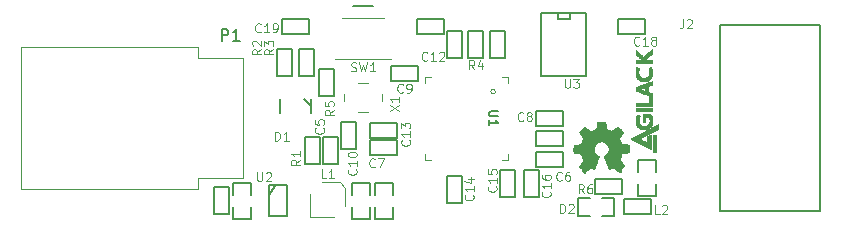
<source format=gbr>
%TF.GenerationSoftware,KiCad,Pcbnew,(6.0.7)*%
%TF.CreationDate,2022-08-11T09:50:48+02:00*%
%TF.ProjectId,cowstick-rp,636f7773-7469-4636-9b2d-72702e6b6963,1*%
%TF.SameCoordinates,Original*%
%TF.FileFunction,Legend,Top*%
%TF.FilePolarity,Positive*%
%FSLAX46Y46*%
G04 Gerber Fmt 4.6, Leading zero omitted, Abs format (unit mm)*
G04 Created by KiCad (PCBNEW (6.0.7)) date 2022-08-11 09:50:48*
%MOMM*%
%LPD*%
G01*
G04 APERTURE LIST*
%ADD10C,0.101600*%
%ADD11C,0.150000*%
%ADD12C,0.076200*%
%ADD13C,0.127000*%
%ADD14C,0.100000*%
%ADD15C,0.120000*%
%ADD16C,0.027940*%
G04 APERTURE END LIST*
D10*
%TO.C,C15*%
X150982142Y-110749857D02*
X151018428Y-110786142D01*
X151054714Y-110895000D01*
X151054714Y-110967571D01*
X151018428Y-111076428D01*
X150945857Y-111149000D01*
X150873285Y-111185285D01*
X150728142Y-111221571D01*
X150619285Y-111221571D01*
X150474142Y-111185285D01*
X150401571Y-111149000D01*
X150329000Y-111076428D01*
X150292714Y-110967571D01*
X150292714Y-110895000D01*
X150329000Y-110786142D01*
X150365285Y-110749857D01*
X151054714Y-110024142D02*
X151054714Y-110459571D01*
X151054714Y-110241857D02*
X150292714Y-110241857D01*
X150401571Y-110314428D01*
X150474142Y-110387000D01*
X150510428Y-110459571D01*
X150292714Y-109334714D02*
X150292714Y-109697571D01*
X150655571Y-109733857D01*
X150619285Y-109697571D01*
X150583000Y-109625000D01*
X150583000Y-109443571D01*
X150619285Y-109371000D01*
X150655571Y-109334714D01*
X150728142Y-109298428D01*
X150909571Y-109298428D01*
X150982142Y-109334714D01*
X151018428Y-109371000D01*
X151054714Y-109443571D01*
X151054714Y-109625000D01*
X151018428Y-109697571D01*
X150982142Y-109733857D01*
%TO.C,C7*%
X140733000Y-109092142D02*
X140696714Y-109128428D01*
X140587857Y-109164714D01*
X140515285Y-109164714D01*
X140406428Y-109128428D01*
X140333857Y-109055857D01*
X140297571Y-108983285D01*
X140261285Y-108838142D01*
X140261285Y-108729285D01*
X140297571Y-108584142D01*
X140333857Y-108511571D01*
X140406428Y-108439000D01*
X140515285Y-108402714D01*
X140587857Y-108402714D01*
X140696714Y-108439000D01*
X140733000Y-108475285D01*
X140987000Y-108402714D02*
X141495000Y-108402714D01*
X141168428Y-109164714D01*
%TO.C,J2*%
X166846000Y-96632714D02*
X166846000Y-97177000D01*
X166809714Y-97285857D01*
X166737142Y-97358428D01*
X166628285Y-97394714D01*
X166555714Y-97394714D01*
X167172571Y-96705285D02*
X167208857Y-96669000D01*
X167281428Y-96632714D01*
X167462857Y-96632714D01*
X167535428Y-96669000D01*
X167571714Y-96705285D01*
X167608000Y-96777857D01*
X167608000Y-96850428D01*
X167571714Y-96959285D01*
X167136285Y-97394714D01*
X167608000Y-97394714D01*
D11*
%TO.C,U1*%
X151192285Y-104419428D02*
X150575428Y-104419428D01*
X150502857Y-104455714D01*
X150466571Y-104492000D01*
X150430285Y-104564571D01*
X150430285Y-104709714D01*
X150466571Y-104782285D01*
X150502857Y-104818571D01*
X150575428Y-104854857D01*
X151192285Y-104854857D01*
X150430285Y-105616857D02*
X150430285Y-105181428D01*
X150430285Y-105399142D02*
X151192285Y-105399142D01*
X151083428Y-105326571D01*
X151010857Y-105254000D01*
X150974571Y-105181428D01*
D10*
%TO.C,C19*%
X131070142Y-97662142D02*
X131033857Y-97698428D01*
X130925000Y-97734714D01*
X130852428Y-97734714D01*
X130743571Y-97698428D01*
X130671000Y-97625857D01*
X130634714Y-97553285D01*
X130598428Y-97408142D01*
X130598428Y-97299285D01*
X130634714Y-97154142D01*
X130671000Y-97081571D01*
X130743571Y-97009000D01*
X130852428Y-96972714D01*
X130925000Y-96972714D01*
X131033857Y-97009000D01*
X131070142Y-97045285D01*
X131795857Y-97734714D02*
X131360428Y-97734714D01*
X131578142Y-97734714D02*
X131578142Y-96972714D01*
X131505571Y-97081571D01*
X131433000Y-97154142D01*
X131360428Y-97190428D01*
X132158714Y-97734714D02*
X132303857Y-97734714D01*
X132376428Y-97698428D01*
X132412714Y-97662142D01*
X132485285Y-97553285D01*
X132521571Y-97408142D01*
X132521571Y-97117857D01*
X132485285Y-97045285D01*
X132449000Y-97009000D01*
X132376428Y-96972714D01*
X132231285Y-96972714D01*
X132158714Y-97009000D01*
X132122428Y-97045285D01*
X132086142Y-97117857D01*
X132086142Y-97299285D01*
X132122428Y-97371857D01*
X132158714Y-97408142D01*
X132231285Y-97444428D01*
X132376428Y-97444428D01*
X132449000Y-97408142D01*
X132485285Y-97371857D01*
X132521571Y-97299285D01*
%TO.C,C14*%
X149022142Y-111489857D02*
X149058428Y-111526142D01*
X149094714Y-111635000D01*
X149094714Y-111707571D01*
X149058428Y-111816428D01*
X148985857Y-111889000D01*
X148913285Y-111925285D01*
X148768142Y-111961571D01*
X148659285Y-111961571D01*
X148514142Y-111925285D01*
X148441571Y-111889000D01*
X148369000Y-111816428D01*
X148332714Y-111707571D01*
X148332714Y-111635000D01*
X148369000Y-111526142D01*
X148405285Y-111489857D01*
X149094714Y-110764142D02*
X149094714Y-111199571D01*
X149094714Y-110981857D02*
X148332714Y-110981857D01*
X148441571Y-111054428D01*
X148514142Y-111127000D01*
X148550428Y-111199571D01*
X148586714Y-110111000D02*
X149094714Y-110111000D01*
X148296428Y-110292428D02*
X148840714Y-110473857D01*
X148840714Y-110002142D01*
D12*
%TO.C,U2*%
X130769428Y-109582714D02*
X130769428Y-110199571D01*
X130805714Y-110272142D01*
X130842000Y-110308428D01*
X130914571Y-110344714D01*
X131059714Y-110344714D01*
X131132285Y-110308428D01*
X131168571Y-110272142D01*
X131204857Y-110199571D01*
X131204857Y-109582714D01*
X131531428Y-109655285D02*
X131567714Y-109619000D01*
X131640285Y-109582714D01*
X131821714Y-109582714D01*
X131894285Y-109619000D01*
X131930571Y-109655285D01*
X131966857Y-109727857D01*
X131966857Y-109800428D01*
X131930571Y-109909285D01*
X131495142Y-110344714D01*
X131966857Y-110344714D01*
D10*
%TO.C,R4*%
X149173000Y-100864714D02*
X148919000Y-100501857D01*
X148737571Y-100864714D02*
X148737571Y-100102714D01*
X149027857Y-100102714D01*
X149100428Y-100139000D01*
X149136714Y-100175285D01*
X149173000Y-100247857D01*
X149173000Y-100356714D01*
X149136714Y-100429285D01*
X149100428Y-100465571D01*
X149027857Y-100501857D01*
X148737571Y-100501857D01*
X149826142Y-100356714D02*
X149826142Y-100864714D01*
X149644714Y-100066428D02*
X149463285Y-100610714D01*
X149935000Y-100610714D01*
%TO.C,C13*%
X143652142Y-106839857D02*
X143688428Y-106876142D01*
X143724714Y-106985000D01*
X143724714Y-107057571D01*
X143688428Y-107166428D01*
X143615857Y-107239000D01*
X143543285Y-107275285D01*
X143398142Y-107311571D01*
X143289285Y-107311571D01*
X143144142Y-107275285D01*
X143071571Y-107239000D01*
X142999000Y-107166428D01*
X142962714Y-107057571D01*
X142962714Y-106985000D01*
X142999000Y-106876142D01*
X143035285Y-106839857D01*
X143724714Y-106114142D02*
X143724714Y-106549571D01*
X143724714Y-106331857D02*
X142962714Y-106331857D01*
X143071571Y-106404428D01*
X143144142Y-106477000D01*
X143180428Y-106549571D01*
X142962714Y-105860142D02*
X142962714Y-105388428D01*
X143253000Y-105642428D01*
X143253000Y-105533571D01*
X143289285Y-105461000D01*
X143325571Y-105424714D01*
X143398142Y-105388428D01*
X143579571Y-105388428D01*
X143652142Y-105424714D01*
X143688428Y-105461000D01*
X143724714Y-105533571D01*
X143724714Y-105751285D01*
X143688428Y-105823857D01*
X143652142Y-105860142D01*
%TO.C,SW1*%
X138734000Y-101008428D02*
X138842857Y-101044714D01*
X139024285Y-101044714D01*
X139096857Y-101008428D01*
X139133142Y-100972142D01*
X139169428Y-100899571D01*
X139169428Y-100827000D01*
X139133142Y-100754428D01*
X139096857Y-100718142D01*
X139024285Y-100681857D01*
X138879142Y-100645571D01*
X138806571Y-100609285D01*
X138770285Y-100573000D01*
X138734000Y-100500428D01*
X138734000Y-100427857D01*
X138770285Y-100355285D01*
X138806571Y-100319000D01*
X138879142Y-100282714D01*
X139060571Y-100282714D01*
X139169428Y-100319000D01*
X139423428Y-100282714D02*
X139604857Y-101044714D01*
X139750000Y-100500428D01*
X139895142Y-101044714D01*
X140076571Y-100282714D01*
X140766000Y-101044714D02*
X140330571Y-101044714D01*
X140548285Y-101044714D02*
X140548285Y-100282714D01*
X140475714Y-100391571D01*
X140403142Y-100464142D01*
X140330571Y-100500428D01*
%TO.C,R2*%
X131114714Y-99157000D02*
X130751857Y-99411000D01*
X131114714Y-99592428D02*
X130352714Y-99592428D01*
X130352714Y-99302142D01*
X130389000Y-99229571D01*
X130425285Y-99193285D01*
X130497857Y-99157000D01*
X130606714Y-99157000D01*
X130679285Y-99193285D01*
X130715571Y-99229571D01*
X130751857Y-99302142D01*
X130751857Y-99592428D01*
X130425285Y-98866714D02*
X130389000Y-98830428D01*
X130352714Y-98757857D01*
X130352714Y-98576428D01*
X130389000Y-98503857D01*
X130425285Y-98467571D01*
X130497857Y-98431285D01*
X130570428Y-98431285D01*
X130679285Y-98467571D01*
X131114714Y-98903000D01*
X131114714Y-98431285D01*
%TO.C,R5*%
X137264714Y-104297000D02*
X136901857Y-104551000D01*
X137264714Y-104732428D02*
X136502714Y-104732428D01*
X136502714Y-104442142D01*
X136539000Y-104369571D01*
X136575285Y-104333285D01*
X136647857Y-104297000D01*
X136756714Y-104297000D01*
X136829285Y-104333285D01*
X136865571Y-104369571D01*
X136901857Y-104442142D01*
X136901857Y-104732428D01*
X136502714Y-103607571D02*
X136502714Y-103970428D01*
X136865571Y-104006714D01*
X136829285Y-103970428D01*
X136793000Y-103897857D01*
X136793000Y-103716428D01*
X136829285Y-103643857D01*
X136865571Y-103607571D01*
X136938142Y-103571285D01*
X137119571Y-103571285D01*
X137192142Y-103607571D01*
X137228428Y-103643857D01*
X137264714Y-103716428D01*
X137264714Y-103897857D01*
X137228428Y-103970428D01*
X137192142Y-104006714D01*
%TO.C,L1*%
X136623000Y-110064714D02*
X136260142Y-110064714D01*
X136260142Y-109302714D01*
X137276142Y-110064714D02*
X136840714Y-110064714D01*
X137058428Y-110064714D02*
X137058428Y-109302714D01*
X136985857Y-109411571D01*
X136913285Y-109484142D01*
X136840714Y-109520428D01*
%TO.C,C18*%
X163130142Y-98772142D02*
X163093857Y-98808428D01*
X162985000Y-98844714D01*
X162912428Y-98844714D01*
X162803571Y-98808428D01*
X162731000Y-98735857D01*
X162694714Y-98663285D01*
X162658428Y-98518142D01*
X162658428Y-98409285D01*
X162694714Y-98264142D01*
X162731000Y-98191571D01*
X162803571Y-98119000D01*
X162912428Y-98082714D01*
X162985000Y-98082714D01*
X163093857Y-98119000D01*
X163130142Y-98155285D01*
X163855857Y-98844714D02*
X163420428Y-98844714D01*
X163638142Y-98844714D02*
X163638142Y-98082714D01*
X163565571Y-98191571D01*
X163493000Y-98264142D01*
X163420428Y-98300428D01*
X164291285Y-98409285D02*
X164218714Y-98373000D01*
X164182428Y-98336714D01*
X164146142Y-98264142D01*
X164146142Y-98227857D01*
X164182428Y-98155285D01*
X164218714Y-98119000D01*
X164291285Y-98082714D01*
X164436428Y-98082714D01*
X164509000Y-98119000D01*
X164545285Y-98155285D01*
X164581571Y-98227857D01*
X164581571Y-98264142D01*
X164545285Y-98336714D01*
X164509000Y-98373000D01*
X164436428Y-98409285D01*
X164291285Y-98409285D01*
X164218714Y-98445571D01*
X164182428Y-98481857D01*
X164146142Y-98554428D01*
X164146142Y-98699571D01*
X164182428Y-98772142D01*
X164218714Y-98808428D01*
X164291285Y-98844714D01*
X164436428Y-98844714D01*
X164509000Y-98808428D01*
X164545285Y-98772142D01*
X164581571Y-98699571D01*
X164581571Y-98554428D01*
X164545285Y-98481857D01*
X164509000Y-98445571D01*
X164436428Y-98409285D01*
%TO.C,D2*%
X156417571Y-113024714D02*
X156417571Y-112262714D01*
X156599000Y-112262714D01*
X156707857Y-112299000D01*
X156780428Y-112371571D01*
X156816714Y-112444142D01*
X156853000Y-112589285D01*
X156853000Y-112698142D01*
X156816714Y-112843285D01*
X156780428Y-112915857D01*
X156707857Y-112988428D01*
X156599000Y-113024714D01*
X156417571Y-113024714D01*
X157143285Y-112335285D02*
X157179571Y-112299000D01*
X157252142Y-112262714D01*
X157433571Y-112262714D01*
X157506142Y-112299000D01*
X157542428Y-112335285D01*
X157578714Y-112407857D01*
X157578714Y-112480428D01*
X157542428Y-112589285D01*
X157107000Y-113024714D01*
X157578714Y-113024714D01*
%TO.C,C6*%
X156563000Y-110232142D02*
X156526714Y-110268428D01*
X156417857Y-110304714D01*
X156345285Y-110304714D01*
X156236428Y-110268428D01*
X156163857Y-110195857D01*
X156127571Y-110123285D01*
X156091285Y-109978142D01*
X156091285Y-109869285D01*
X156127571Y-109724142D01*
X156163857Y-109651571D01*
X156236428Y-109579000D01*
X156345285Y-109542714D01*
X156417857Y-109542714D01*
X156526714Y-109579000D01*
X156563000Y-109615285D01*
X157216142Y-109542714D02*
X157071000Y-109542714D01*
X156998428Y-109579000D01*
X156962142Y-109615285D01*
X156889571Y-109724142D01*
X156853285Y-109869285D01*
X156853285Y-110159571D01*
X156889571Y-110232142D01*
X156925857Y-110268428D01*
X156998428Y-110304714D01*
X157143571Y-110304714D01*
X157216142Y-110268428D01*
X157252428Y-110232142D01*
X157288714Y-110159571D01*
X157288714Y-109978142D01*
X157252428Y-109905571D01*
X157216142Y-109869285D01*
X157143571Y-109833000D01*
X156998428Y-109833000D01*
X156925857Y-109869285D01*
X156889571Y-109905571D01*
X156853285Y-109978142D01*
D12*
%TO.C,D1*%
X132287571Y-106894714D02*
X132287571Y-106132714D01*
X132469000Y-106132714D01*
X132577857Y-106169000D01*
X132650428Y-106241571D01*
X132686714Y-106314142D01*
X132723000Y-106459285D01*
X132723000Y-106568142D01*
X132686714Y-106713285D01*
X132650428Y-106785857D01*
X132577857Y-106858428D01*
X132469000Y-106894714D01*
X132287571Y-106894714D01*
X133448714Y-106894714D02*
X133013285Y-106894714D01*
X133231000Y-106894714D02*
X133231000Y-106132714D01*
X133158428Y-106241571D01*
X133085857Y-106314142D01*
X133013285Y-106350428D01*
D10*
%TO.C,R1*%
X134414714Y-108497000D02*
X134051857Y-108751000D01*
X134414714Y-108932428D02*
X133652714Y-108932428D01*
X133652714Y-108642142D01*
X133689000Y-108569571D01*
X133725285Y-108533285D01*
X133797857Y-108497000D01*
X133906714Y-108497000D01*
X133979285Y-108533285D01*
X134015571Y-108569571D01*
X134051857Y-108642142D01*
X134051857Y-108932428D01*
X134414714Y-107771285D02*
X134414714Y-108206714D01*
X134414714Y-107989000D02*
X133652714Y-107989000D01*
X133761571Y-108061571D01*
X133834142Y-108134142D01*
X133870428Y-108206714D01*
%TO.C,R6*%
X158433000Y-111354714D02*
X158179000Y-110991857D01*
X157997571Y-111354714D02*
X157997571Y-110592714D01*
X158287857Y-110592714D01*
X158360428Y-110629000D01*
X158396714Y-110665285D01*
X158433000Y-110737857D01*
X158433000Y-110846714D01*
X158396714Y-110919285D01*
X158360428Y-110955571D01*
X158287857Y-110991857D01*
X157997571Y-110991857D01*
X159086142Y-110592714D02*
X158941000Y-110592714D01*
X158868428Y-110629000D01*
X158832142Y-110665285D01*
X158759571Y-110774142D01*
X158723285Y-110919285D01*
X158723285Y-111209571D01*
X158759571Y-111282142D01*
X158795857Y-111318428D01*
X158868428Y-111354714D01*
X159013571Y-111354714D01*
X159086142Y-111318428D01*
X159122428Y-111282142D01*
X159158714Y-111209571D01*
X159158714Y-111028142D01*
X159122428Y-110955571D01*
X159086142Y-110919285D01*
X159013571Y-110883000D01*
X158868428Y-110883000D01*
X158795857Y-110919285D01*
X158759571Y-110955571D01*
X158723285Y-111028142D01*
%TO.C,L2*%
X164843000Y-113094714D02*
X164480142Y-113094714D01*
X164480142Y-112332714D01*
X165060714Y-112405285D02*
X165097000Y-112369000D01*
X165169571Y-112332714D01*
X165351000Y-112332714D01*
X165423571Y-112369000D01*
X165459857Y-112405285D01*
X165496142Y-112477857D01*
X165496142Y-112550428D01*
X165459857Y-112659285D01*
X165024428Y-113094714D01*
X165496142Y-113094714D01*
%TO.C,U3*%
X156829428Y-101662714D02*
X156829428Y-102279571D01*
X156865714Y-102352142D01*
X156902000Y-102388428D01*
X156974571Y-102424714D01*
X157119714Y-102424714D01*
X157192285Y-102388428D01*
X157228571Y-102352142D01*
X157264857Y-102279571D01*
X157264857Y-101662714D01*
X157555142Y-101662714D02*
X158026857Y-101662714D01*
X157772857Y-101953000D01*
X157881714Y-101953000D01*
X157954285Y-101989285D01*
X157990571Y-102025571D01*
X158026857Y-102098142D01*
X158026857Y-102279571D01*
X157990571Y-102352142D01*
X157954285Y-102388428D01*
X157881714Y-102424714D01*
X157664000Y-102424714D01*
X157591428Y-102388428D01*
X157555142Y-102352142D01*
%TO.C,C12*%
X145180142Y-100072142D02*
X145143857Y-100108428D01*
X145035000Y-100144714D01*
X144962428Y-100144714D01*
X144853571Y-100108428D01*
X144781000Y-100035857D01*
X144744714Y-99963285D01*
X144708428Y-99818142D01*
X144708428Y-99709285D01*
X144744714Y-99564142D01*
X144781000Y-99491571D01*
X144853571Y-99419000D01*
X144962428Y-99382714D01*
X145035000Y-99382714D01*
X145143857Y-99419000D01*
X145180142Y-99455285D01*
X145905857Y-100144714D02*
X145470428Y-100144714D01*
X145688142Y-100144714D02*
X145688142Y-99382714D01*
X145615571Y-99491571D01*
X145543000Y-99564142D01*
X145470428Y-99600428D01*
X146196142Y-99455285D02*
X146232428Y-99419000D01*
X146305000Y-99382714D01*
X146486428Y-99382714D01*
X146559000Y-99419000D01*
X146595285Y-99455285D01*
X146631571Y-99527857D01*
X146631571Y-99600428D01*
X146595285Y-99709285D01*
X146159857Y-100144714D01*
X146631571Y-100144714D01*
%TO.C,C10*%
X139142142Y-109309857D02*
X139178428Y-109346142D01*
X139214714Y-109455000D01*
X139214714Y-109527571D01*
X139178428Y-109636428D01*
X139105857Y-109709000D01*
X139033285Y-109745285D01*
X138888142Y-109781571D01*
X138779285Y-109781571D01*
X138634142Y-109745285D01*
X138561571Y-109709000D01*
X138489000Y-109636428D01*
X138452714Y-109527571D01*
X138452714Y-109455000D01*
X138489000Y-109346142D01*
X138525285Y-109309857D01*
X139214714Y-108584142D02*
X139214714Y-109019571D01*
X139214714Y-108801857D02*
X138452714Y-108801857D01*
X138561571Y-108874428D01*
X138634142Y-108947000D01*
X138670428Y-109019571D01*
X138452714Y-108112428D02*
X138452714Y-108039857D01*
X138489000Y-107967285D01*
X138525285Y-107931000D01*
X138597857Y-107894714D01*
X138743000Y-107858428D01*
X138924428Y-107858428D01*
X139069571Y-107894714D01*
X139142142Y-107931000D01*
X139178428Y-107967285D01*
X139214714Y-108039857D01*
X139214714Y-108112428D01*
X139178428Y-108185000D01*
X139142142Y-108221285D01*
X139069571Y-108257571D01*
X138924428Y-108293857D01*
X138743000Y-108293857D01*
X138597857Y-108257571D01*
X138525285Y-108221285D01*
X138489000Y-108185000D01*
X138452714Y-108112428D01*
%TO.C,C9*%
X143123000Y-102772142D02*
X143086714Y-102808428D01*
X142977857Y-102844714D01*
X142905285Y-102844714D01*
X142796428Y-102808428D01*
X142723857Y-102735857D01*
X142687571Y-102663285D01*
X142651285Y-102518142D01*
X142651285Y-102409285D01*
X142687571Y-102264142D01*
X142723857Y-102191571D01*
X142796428Y-102119000D01*
X142905285Y-102082714D01*
X142977857Y-102082714D01*
X143086714Y-102119000D01*
X143123000Y-102155285D01*
X143485857Y-102844714D02*
X143631000Y-102844714D01*
X143703571Y-102808428D01*
X143739857Y-102772142D01*
X143812428Y-102663285D01*
X143848714Y-102518142D01*
X143848714Y-102227857D01*
X143812428Y-102155285D01*
X143776142Y-102119000D01*
X143703571Y-102082714D01*
X143558428Y-102082714D01*
X143485857Y-102119000D01*
X143449571Y-102155285D01*
X143413285Y-102227857D01*
X143413285Y-102409285D01*
X143449571Y-102481857D01*
X143485857Y-102518142D01*
X143558428Y-102554428D01*
X143703571Y-102554428D01*
X143776142Y-102518142D01*
X143812428Y-102481857D01*
X143848714Y-102409285D01*
D11*
%TO.C,P1*%
X127761904Y-98452380D02*
X127761904Y-97452380D01*
X128142857Y-97452380D01*
X128238095Y-97500000D01*
X128285714Y-97547619D01*
X128333333Y-97642857D01*
X128333333Y-97785714D01*
X128285714Y-97880952D01*
X128238095Y-97928571D01*
X128142857Y-97976190D01*
X127761904Y-97976190D01*
X129285714Y-98452380D02*
X128714285Y-98452380D01*
X129000000Y-98452380D02*
X129000000Y-97452380D01*
X128904761Y-97595238D01*
X128809523Y-97690476D01*
X128714285Y-97738095D01*
D10*
%TO.C,C5*%
X136362142Y-105827000D02*
X136398428Y-105863285D01*
X136434714Y-105972142D01*
X136434714Y-106044714D01*
X136398428Y-106153571D01*
X136325857Y-106226142D01*
X136253285Y-106262428D01*
X136108142Y-106298714D01*
X135999285Y-106298714D01*
X135854142Y-106262428D01*
X135781571Y-106226142D01*
X135709000Y-106153571D01*
X135672714Y-106044714D01*
X135672714Y-105972142D01*
X135709000Y-105863285D01*
X135745285Y-105827000D01*
X135672714Y-105137571D02*
X135672714Y-105500428D01*
X136035571Y-105536714D01*
X135999285Y-105500428D01*
X135963000Y-105427857D01*
X135963000Y-105246428D01*
X135999285Y-105173857D01*
X136035571Y-105137571D01*
X136108142Y-105101285D01*
X136289571Y-105101285D01*
X136362142Y-105137571D01*
X136398428Y-105173857D01*
X136434714Y-105246428D01*
X136434714Y-105427857D01*
X136398428Y-105500428D01*
X136362142Y-105536714D01*
%TO.C,C16*%
X155542142Y-111229857D02*
X155578428Y-111266142D01*
X155614714Y-111375000D01*
X155614714Y-111447571D01*
X155578428Y-111556428D01*
X155505857Y-111629000D01*
X155433285Y-111665285D01*
X155288142Y-111701571D01*
X155179285Y-111701571D01*
X155034142Y-111665285D01*
X154961571Y-111629000D01*
X154889000Y-111556428D01*
X154852714Y-111447571D01*
X154852714Y-111375000D01*
X154889000Y-111266142D01*
X154925285Y-111229857D01*
X155614714Y-110504142D02*
X155614714Y-110939571D01*
X155614714Y-110721857D02*
X154852714Y-110721857D01*
X154961571Y-110794428D01*
X155034142Y-110867000D01*
X155070428Y-110939571D01*
X154852714Y-109851000D02*
X154852714Y-109996142D01*
X154889000Y-110068714D01*
X154925285Y-110105000D01*
X155034142Y-110177571D01*
X155179285Y-110213857D01*
X155469571Y-110213857D01*
X155542142Y-110177571D01*
X155578428Y-110141285D01*
X155614714Y-110068714D01*
X155614714Y-109923571D01*
X155578428Y-109851000D01*
X155542142Y-109814714D01*
X155469571Y-109778428D01*
X155288142Y-109778428D01*
X155215571Y-109814714D01*
X155179285Y-109851000D01*
X155143000Y-109923571D01*
X155143000Y-110068714D01*
X155179285Y-110141285D01*
X155215571Y-110177571D01*
X155288142Y-110213857D01*
%TO.C,C8*%
X153303000Y-105172142D02*
X153266714Y-105208428D01*
X153157857Y-105244714D01*
X153085285Y-105244714D01*
X152976428Y-105208428D01*
X152903857Y-105135857D01*
X152867571Y-105063285D01*
X152831285Y-104918142D01*
X152831285Y-104809285D01*
X152867571Y-104664142D01*
X152903857Y-104591571D01*
X152976428Y-104519000D01*
X153085285Y-104482714D01*
X153157857Y-104482714D01*
X153266714Y-104519000D01*
X153303000Y-104555285D01*
X153738428Y-104809285D02*
X153665857Y-104773000D01*
X153629571Y-104736714D01*
X153593285Y-104664142D01*
X153593285Y-104627857D01*
X153629571Y-104555285D01*
X153665857Y-104519000D01*
X153738428Y-104482714D01*
X153883571Y-104482714D01*
X153956142Y-104519000D01*
X153992428Y-104555285D01*
X154028714Y-104627857D01*
X154028714Y-104664142D01*
X153992428Y-104736714D01*
X153956142Y-104773000D01*
X153883571Y-104809285D01*
X153738428Y-104809285D01*
X153665857Y-104845571D01*
X153629571Y-104881857D01*
X153593285Y-104954428D01*
X153593285Y-105099571D01*
X153629571Y-105172142D01*
X153665857Y-105208428D01*
X153738428Y-105244714D01*
X153883571Y-105244714D01*
X153956142Y-105208428D01*
X153992428Y-105172142D01*
X154028714Y-105099571D01*
X154028714Y-104954428D01*
X153992428Y-104881857D01*
X153956142Y-104845571D01*
X153883571Y-104809285D01*
D12*
%TO.C,X1*%
X142002714Y-104386857D02*
X142764714Y-103878857D01*
X142002714Y-103878857D02*
X142764714Y-104386857D01*
X142764714Y-103189428D02*
X142764714Y-103624857D01*
X142764714Y-103407142D02*
X142002714Y-103407142D01*
X142111571Y-103479714D01*
X142184142Y-103552285D01*
X142220428Y-103624857D01*
D10*
%TO.C,R3*%
X132154714Y-99157000D02*
X131791857Y-99411000D01*
X132154714Y-99592428D02*
X131392714Y-99592428D01*
X131392714Y-99302142D01*
X131429000Y-99229571D01*
X131465285Y-99193285D01*
X131537857Y-99157000D01*
X131646714Y-99157000D01*
X131719285Y-99193285D01*
X131755571Y-99229571D01*
X131791857Y-99302142D01*
X131791857Y-99592428D01*
X131392714Y-98903000D02*
X131392714Y-98431285D01*
X131683000Y-98685285D01*
X131683000Y-98576428D01*
X131719285Y-98503857D01*
X131755571Y-98467571D01*
X131828142Y-98431285D01*
X132009571Y-98431285D01*
X132082142Y-98467571D01*
X132118428Y-98503857D01*
X132154714Y-98576428D01*
X132154714Y-98794142D01*
X132118428Y-98866714D01*
X132082142Y-98903000D01*
D13*
%TO.C,C15*%
X151365000Y-111643000D02*
X151365000Y-109357000D01*
X152635000Y-109357000D02*
X152635000Y-111643000D01*
X152635000Y-111643000D02*
X151365000Y-111643000D01*
X151365000Y-109357000D02*
X152635000Y-109357000D01*
%TO.C,C7*%
X142643000Y-108135000D02*
X140357000Y-108135000D01*
X140357000Y-108135000D02*
X140357000Y-106865000D01*
X140357000Y-106865000D02*
X142643000Y-106865000D01*
X142643000Y-106865000D02*
X142643000Y-108135000D01*
%TO.C,C2*%
X128385000Y-110857000D02*
X128385000Y-113143000D01*
X127115000Y-110857000D02*
X128385000Y-110857000D01*
X127115000Y-113143000D02*
X127115000Y-110857000D01*
X128385000Y-113143000D02*
X127115000Y-113143000D01*
D11*
%TO.C,J2*%
X178463500Y-112875000D02*
X169953500Y-112875000D01*
X178463500Y-97125000D02*
X169953500Y-97125000D01*
X169953500Y-97125000D02*
X169953500Y-112875000D01*
X178463500Y-97125000D02*
X178463500Y-112875000D01*
D14*
%TO.C,U1*%
X152000000Y-101500000D02*
X152000000Y-102000000D01*
X145000000Y-101500000D02*
X145500000Y-101500000D01*
X152000000Y-101500000D02*
X151500000Y-101500000D01*
X152000000Y-108500000D02*
X151500000Y-108500000D01*
X145500000Y-108500000D02*
X145000000Y-108500000D01*
X152000000Y-108000000D02*
X152000000Y-108500000D01*
X145000000Y-102000000D02*
X145000000Y-101500000D01*
X145000000Y-108500000D02*
X145000000Y-108000000D01*
D15*
X150950000Y-102750000D02*
G75*
G03*
X150950000Y-102750000I-200000J0D01*
G01*
D16*
%TO.C,agilack-11.5*%
X164032920Y-105754760D02*
X164032920Y-104662560D01*
X163550320Y-102376560D02*
X163550320Y-102097160D01*
X162915320Y-104357760D02*
X162915320Y-104103760D01*
X163753520Y-99912760D02*
X163753520Y-99557160D01*
X163093120Y-104357760D02*
X163093120Y-104103760D01*
X163677320Y-104357760D02*
X163677320Y-104103760D01*
X163829720Y-100344560D02*
X163829720Y-100090560D01*
X163931320Y-104357760D02*
X163931320Y-104103760D01*
X163270920Y-104357760D02*
X163270920Y-104103760D01*
X164185320Y-100344560D02*
X164185320Y-100090560D01*
X162839120Y-106973960D02*
X162839120Y-106491360D01*
X163905920Y-104357760D02*
X163905920Y-104103760D01*
X163575720Y-102935360D02*
X163575720Y-102681360D01*
X163804320Y-105907160D02*
X163804320Y-105576960D01*
X163677320Y-103925960D02*
X163677320Y-103671960D01*
X164007520Y-101716160D02*
X164007520Y-100725560D01*
X163575720Y-101868560D02*
X163575720Y-101589160D01*
X163143920Y-102782960D02*
X163143920Y-102249560D01*
X162864520Y-106973960D02*
X162864520Y-106491360D01*
X163880520Y-100344560D02*
X163880520Y-100090560D01*
X163550320Y-103925960D02*
X163550320Y-103671960D01*
X162889920Y-104357760D02*
X162889920Y-104103760D01*
X163702720Y-105932560D02*
X163702720Y-105627760D01*
X164159920Y-104357760D02*
X164159920Y-104103760D01*
X164185320Y-99531760D02*
X164185320Y-99176160D01*
X163448720Y-102427360D02*
X163448720Y-102147960D01*
X164134520Y-101538360D02*
X164134520Y-100674760D01*
X163804320Y-103011560D02*
X163804320Y-102020960D01*
X162458120Y-106770760D02*
X162458120Y-106694560D01*
X163093120Y-107100960D02*
X163093120Y-106745360D01*
X163855120Y-100344560D02*
X163855120Y-100090560D01*
X163677320Y-102986160D02*
X163677320Y-102071760D01*
X162864520Y-103925960D02*
X162864520Y-103671960D01*
X163169320Y-100344560D02*
X163169320Y-100090560D01*
X163677320Y-105932560D02*
X163677320Y-105627760D01*
X163855120Y-104916560D02*
X163855120Y-104662560D01*
X163220120Y-101843160D02*
X163220120Y-101512960D01*
X162864520Y-101487560D02*
X162864520Y-100750960D01*
X163702720Y-104357760D02*
X163702720Y-104103760D01*
X163474120Y-102909960D02*
X163474120Y-102630560D01*
X164185320Y-103925960D02*
X164185320Y-102884560D01*
X164134520Y-103925960D02*
X164134520Y-102859160D01*
X164032920Y-102224160D02*
X164032920Y-101919360D01*
X163575720Y-100344560D02*
X163575720Y-100090560D01*
X163575720Y-100065160D02*
X163575720Y-99734960D01*
X163499520Y-101868560D02*
X163499520Y-101589160D01*
X164185320Y-104357760D02*
X164185320Y-104103760D01*
X164185320Y-105576960D02*
X164185320Y-104840360D01*
X162864520Y-104357760D02*
X162864520Y-104103760D01*
X163423320Y-100344560D02*
X163423320Y-99785760D01*
X164540920Y-106008760D02*
X164540920Y-105627760D01*
X163423320Y-107253360D02*
X163423320Y-106897760D01*
X162813720Y-100344560D02*
X162813720Y-100090560D01*
X163220120Y-103925960D02*
X163220120Y-103671960D01*
X164032920Y-104357760D02*
X164032920Y-104103760D01*
X163016920Y-104357760D02*
X163016920Y-104103760D01*
X163728120Y-105907160D02*
X163728120Y-105627760D01*
X162889920Y-102681360D02*
X162889920Y-102351160D01*
X162534320Y-106821560D02*
X162534320Y-106643760D01*
X163220120Y-102808360D02*
X163220120Y-102554360D01*
X163423320Y-102427360D02*
X163423320Y-102147960D01*
X163753520Y-103925960D02*
X163753520Y-103671960D01*
X163524920Y-100344560D02*
X163524920Y-99760360D01*
X163651920Y-106440560D02*
X163651920Y-106084960D01*
X164058320Y-103925960D02*
X164058320Y-102833760D01*
X163829720Y-103036960D02*
X163829720Y-101995560D01*
X163448720Y-103925960D02*
X163448720Y-103671960D01*
X163778920Y-106389760D02*
X163778920Y-106008760D01*
X162991520Y-104357760D02*
X162991520Y-104103760D01*
X163118520Y-105830960D02*
X163118520Y-105424560D01*
X163829720Y-103925960D02*
X163829720Y-103671960D01*
X163728120Y-104916560D02*
X163728120Y-104662560D01*
X163601120Y-100039760D02*
X163601120Y-99709560D01*
X162991520Y-105729360D02*
X162991520Y-104713360D01*
X163880520Y-106338960D02*
X163880520Y-105957960D01*
X163347120Y-107227960D02*
X163347120Y-106846960D01*
X163042320Y-100344560D02*
X163042320Y-100090560D01*
X163093120Y-100344560D02*
X163093120Y-100090560D01*
X163728120Y-100344560D02*
X163728120Y-100090560D01*
X163651920Y-107380360D02*
X163651920Y-106999360D01*
X163474120Y-103925960D02*
X163474120Y-103671960D01*
X163778920Y-100344560D02*
X163778920Y-100090560D01*
X163651920Y-101868560D02*
X163651920Y-101563760D01*
X162864520Y-100344560D02*
X162864520Y-100090560D01*
X163347120Y-102859160D02*
X163347120Y-102605160D01*
X162559720Y-106821560D02*
X162559720Y-106643760D01*
X163245520Y-103925960D02*
X163245520Y-103671960D01*
X163880520Y-102274960D02*
X163880520Y-101995560D01*
X163956720Y-100928760D02*
X163956720Y-100750960D01*
X163143920Y-101792360D02*
X163143920Y-101436760D01*
X163651920Y-100344560D02*
X163651920Y-100090560D01*
X163982120Y-106288160D02*
X163982120Y-105907160D01*
X163550320Y-104357760D02*
X163550320Y-104103760D01*
X163169320Y-102782960D02*
X163169320Y-102528960D01*
X162915320Y-106999360D02*
X162915320Y-106465960D01*
X163474120Y-104357760D02*
X163474120Y-104103760D01*
X163448720Y-105932560D02*
X163448720Y-105653160D01*
X163347120Y-102452760D02*
X163347120Y-102173360D01*
X164134520Y-104357760D02*
X164134520Y-104103760D01*
X163575720Y-107329560D02*
X163575720Y-106948560D01*
X163601120Y-106465960D02*
X163601120Y-106110360D01*
X163067720Y-107075560D02*
X163067720Y-106389760D01*
X163905920Y-99785760D02*
X163905920Y-99430160D01*
X163855120Y-101817760D02*
X163855120Y-101436760D01*
X163270920Y-105907160D02*
X163270920Y-105602360D01*
X163499520Y-104357760D02*
X163499520Y-104103760D01*
X163169320Y-105856360D02*
X163169320Y-105500760D01*
X163702720Y-107405760D02*
X163702720Y-107024760D01*
X163423320Y-101868560D02*
X163423320Y-101589160D01*
X163778920Y-105907160D02*
X163778920Y-105576960D01*
X163550320Y-107329560D02*
X163550320Y-106948560D01*
X163931320Y-106313560D02*
X163931320Y-105932560D01*
X164337720Y-107862960D02*
X164337720Y-106389760D01*
X163956720Y-101741560D02*
X163956720Y-101258960D01*
X164464720Y-106034160D02*
X164464720Y-105653160D01*
X163270920Y-101843160D02*
X163270920Y-101538360D01*
X162432720Y-106770760D02*
X162432720Y-106694560D01*
X163702720Y-103925960D02*
X163702720Y-103671960D01*
X163651920Y-105297560D02*
X163651920Y-104662560D01*
X163169320Y-103925960D02*
X163169320Y-103671960D01*
X163220120Y-102503560D02*
X163220120Y-102224160D01*
X163042320Y-103925960D02*
X163042320Y-103671960D01*
X163042320Y-102732160D02*
X163042320Y-102300360D01*
X164109120Y-106211960D02*
X164109120Y-105856360D01*
X163829720Y-99836560D02*
X163829720Y-99506360D01*
X163982120Y-105043560D02*
X163982120Y-104662560D01*
X163778920Y-101843160D02*
X163778920Y-101512960D01*
X162991520Y-100344560D02*
X162991520Y-100090560D01*
X163956720Y-103925960D02*
X163956720Y-103671960D01*
X163372520Y-100065160D02*
X163372520Y-99734960D01*
X163245520Y-106643760D02*
X163245520Y-106288160D01*
X163118520Y-106719960D02*
X163118520Y-106364360D01*
X163372520Y-104357760D02*
X163372520Y-104103760D01*
X163855120Y-102274960D02*
X163855120Y-101995560D01*
X163474120Y-106542160D02*
X163474120Y-106161160D01*
X163118520Y-102782960D02*
X163118520Y-102274960D01*
X163474120Y-102401960D02*
X163474120Y-102122560D01*
X164363120Y-107862960D02*
X164363120Y-106389760D01*
X163372520Y-102859160D02*
X163372520Y-102605160D01*
X163245520Y-102808360D02*
X163245520Y-102554360D01*
X163296320Y-100344560D02*
X163296320Y-100090560D01*
X163372520Y-105932560D02*
X163372520Y-105627760D01*
X163524920Y-104357760D02*
X163524920Y-104103760D01*
X163169320Y-104357760D02*
X163169320Y-104103760D01*
X163499520Y-102401960D02*
X163499520Y-102122560D01*
X164439320Y-106059560D02*
X164439320Y-105678560D01*
X164083720Y-102198760D02*
X164083720Y-101919360D01*
X162966120Y-107024760D02*
X162966120Y-106440560D01*
X163169320Y-106694560D02*
X163169320Y-106338960D01*
X163118520Y-101792360D02*
X163118520Y-101385960D01*
X163855120Y-105881760D02*
X163855120Y-105526160D01*
X163626520Y-100344560D02*
X163626520Y-100090560D01*
X163296320Y-105907160D02*
X163296320Y-105602360D01*
X163829720Y-104916560D02*
X163829720Y-104662560D01*
X162813720Y-104357760D02*
X162813720Y-104103760D01*
X164083720Y-103925960D02*
X164083720Y-102859160D01*
X163524920Y-105932560D02*
X163524920Y-105653160D01*
X164109120Y-99607960D02*
X164109120Y-99252360D01*
X164718720Y-105907160D02*
X164718720Y-105526160D01*
X163347120Y-100344560D02*
X163347120Y-100090560D01*
X164159920Y-101512960D02*
X164159920Y-100750960D01*
X163677320Y-106440560D02*
X163677320Y-106059560D01*
X163778920Y-99887360D02*
X163778920Y-99531760D01*
X163118520Y-100344560D02*
X163118520Y-100090560D01*
X164032920Y-106262760D02*
X164032920Y-105881760D01*
X163550320Y-100344560D02*
X163550320Y-99734960D01*
X163651920Y-99988960D02*
X163651920Y-99658760D01*
X163702720Y-104916560D02*
X163702720Y-104662560D01*
X163397920Y-107253360D02*
X163397920Y-106872360D01*
X163880520Y-103925960D02*
X163880520Y-103671960D01*
X163093120Y-105043560D02*
X163093120Y-104764160D01*
X163423320Y-103925960D02*
X163423320Y-103671960D01*
X163626520Y-107354960D02*
X163626520Y-106973960D01*
X163931320Y-102249560D02*
X163931320Y-101970160D01*
X163067720Y-104357760D02*
X163067720Y-104103760D01*
X163321720Y-100014360D02*
X163321720Y-99684160D01*
X163042320Y-105780160D02*
X163042320Y-104738760D01*
X163905920Y-103062360D02*
X163905920Y-102782960D01*
X163194720Y-100344560D02*
X163194720Y-100090560D01*
X163270920Y-106643760D02*
X163270920Y-106288160D01*
X163601120Y-107354960D02*
X163601120Y-106973960D01*
X163880520Y-101792360D02*
X163880520Y-101411360D01*
X163296320Y-99988960D02*
X163296320Y-99658760D01*
X164007520Y-100344560D02*
X164007520Y-100090560D01*
X163982120Y-105805560D02*
X163982120Y-105322960D01*
X163143920Y-105856360D02*
X163143920Y-105449960D01*
X163855120Y-107481960D02*
X163855120Y-106491360D01*
X163474120Y-107278760D02*
X163474120Y-106923160D01*
X163753520Y-100344560D02*
X163753520Y-100090560D01*
X164083720Y-99633360D02*
X164083720Y-99277760D01*
X163042320Y-104357760D02*
X163042320Y-104103760D01*
X163143920Y-103925960D02*
X163143920Y-103671960D01*
X163270920Y-102478160D02*
X163270920Y-102198760D01*
X164286920Y-106135760D02*
X164286920Y-105754760D01*
X163245520Y-104357760D02*
X163245520Y-104103760D01*
X164083720Y-100344560D02*
X164083720Y-100090560D01*
X164109120Y-104357760D02*
X164109120Y-104103760D01*
X162762920Y-106923160D02*
X162762920Y-106542160D01*
X162661320Y-106872360D02*
X162661320Y-106592960D01*
X164210720Y-105500760D02*
X164210720Y-104916560D01*
X162940720Y-104357760D02*
X162940720Y-104103760D01*
X163575720Y-104357760D02*
X163575720Y-104103760D01*
X164134520Y-105653160D02*
X164134520Y-104764160D01*
X162889920Y-105576960D02*
X162889920Y-104840360D01*
X163042320Y-101716160D02*
X163042320Y-100750960D01*
X163448720Y-104357760D02*
X163448720Y-104103760D01*
X163575720Y-106491360D02*
X163575720Y-106110360D01*
X162839120Y-100344560D02*
X162839120Y-100090560D01*
X163321720Y-104357760D02*
X163321720Y-104103760D01*
X162712120Y-106897760D02*
X162712120Y-106567560D01*
X163626520Y-101868560D02*
X163626520Y-101589160D01*
X163194720Y-106669160D02*
X163194720Y-106313560D01*
X164490120Y-106034160D02*
X164490120Y-105653160D01*
X164159920Y-99557160D02*
X164159920Y-99201560D01*
X163956720Y-106288160D02*
X163956720Y-105932560D01*
X162991520Y-103925960D02*
X162991520Y-103671960D01*
X164159920Y-103925960D02*
X164159920Y-102884560D01*
X163524920Y-105297560D02*
X163524920Y-104662560D01*
X163296320Y-104357760D02*
X163296320Y-104103760D01*
X163448720Y-107278760D02*
X163448720Y-106897760D01*
X164236120Y-105424560D02*
X164236120Y-104992760D01*
X163728120Y-101843160D02*
X163728120Y-101538360D01*
X163982120Y-101716160D02*
X163982120Y-100725560D01*
X163601120Y-102376560D02*
X163601120Y-102097160D01*
X164337720Y-106110360D02*
X164337720Y-105729360D01*
X162889920Y-100344560D02*
X162889920Y-100090560D01*
X163194720Y-103925960D02*
X163194720Y-103671960D01*
X164515520Y-106008760D02*
X164515520Y-105627760D01*
X163778920Y-103011560D02*
X163778920Y-102020960D01*
X164007520Y-103925960D02*
X164007520Y-102833760D01*
X163601120Y-104357760D02*
X163601120Y-104103760D01*
X163245520Y-107177160D02*
X163245520Y-106796160D01*
X163397920Y-104357760D02*
X163397920Y-104103760D01*
X163880520Y-105856360D02*
X163880520Y-105500760D01*
X162940720Y-101614560D02*
X162940720Y-100700160D01*
X164261520Y-106135760D02*
X164261520Y-105780160D01*
X163474120Y-105297560D02*
X163474120Y-104662560D01*
X163601120Y-105297560D02*
X163601120Y-104662560D01*
X163321720Y-102452760D02*
X163321720Y-102198760D01*
X162889920Y-106999360D02*
X162889920Y-106465960D01*
X162991520Y-107050160D02*
X162991520Y-106415160D01*
X163880520Y-103062360D02*
X163880520Y-102782960D01*
X163651920Y-102960760D02*
X163651920Y-102071760D01*
X163956720Y-103087760D02*
X163956720Y-102808360D01*
X163347120Y-105932560D02*
X163347120Y-105627760D01*
X163982120Y-104357760D02*
X163982120Y-104103760D01*
X163220120Y-105881760D02*
X163220120Y-105551560D01*
X163169320Y-104840360D02*
X163169320Y-104814960D01*
X163601120Y-103925960D02*
X163601120Y-103671960D01*
X162940720Y-107024760D02*
X162940720Y-106440560D01*
X163524920Y-102909960D02*
X163524920Y-102655960D01*
X163905920Y-106313560D02*
X163905920Y-105957960D01*
X163321720Y-105907160D02*
X163321720Y-105627760D01*
X163118520Y-99836560D02*
X163118520Y-99480960D01*
X163651920Y-105932560D02*
X163651920Y-105653160D01*
X164109120Y-107583560D02*
X164109120Y-106389760D01*
X162889920Y-99633360D02*
X162889920Y-99277760D01*
X163093120Y-103925960D02*
X163093120Y-103671960D01*
X163321720Y-103925960D02*
X163321720Y-103671960D01*
X163296320Y-106618360D02*
X163296320Y-106262760D01*
X163931320Y-100852560D02*
X163931320Y-100750960D01*
X163778920Y-104357760D02*
X163778920Y-104103760D01*
X163093120Y-99811160D02*
X163093120Y-99480960D01*
X164210720Y-106161160D02*
X164210720Y-105805560D01*
X163956720Y-104357760D02*
X163956720Y-104103760D01*
X162839120Y-99582560D02*
X162839120Y-99226960D01*
X163956720Y-100344560D02*
X163956720Y-100090560D01*
X163550320Y-105297560D02*
X163550320Y-104662560D01*
X163880520Y-104916560D02*
X163880520Y-104662560D01*
X163067720Y-101741560D02*
X163067720Y-101284360D01*
X163575720Y-105297560D02*
X163575720Y-104662560D01*
X163753520Y-107431160D02*
X163753520Y-107050160D01*
X163753520Y-105907160D02*
X163753520Y-105602360D01*
X163067720Y-99785760D02*
X163067720Y-99455560D01*
X163601120Y-102960760D02*
X163601120Y-102681360D01*
X163093120Y-101766960D02*
X163093120Y-101335160D01*
X163220120Y-104357760D02*
X163220120Y-104103760D01*
X164312320Y-107862960D02*
X164312320Y-106389760D01*
X162788320Y-106948560D02*
X162788320Y-106516760D01*
X164134520Y-99582560D02*
X164134520Y-99226960D01*
X163397920Y-103925960D02*
X163397920Y-103671960D01*
X164642520Y-105957960D02*
X164642520Y-105576960D01*
X163956720Y-107532760D02*
X163956720Y-106440560D01*
X164515520Y-107862960D02*
X164515520Y-106389760D01*
X163855120Y-106338960D02*
X163855120Y-105983360D01*
X163931320Y-107507360D02*
X163931320Y-106465960D01*
X162940720Y-105653160D02*
X162940720Y-104738760D01*
X163804320Y-100344560D02*
X163804320Y-100090560D01*
X164490120Y-107862960D02*
X164490120Y-106389760D01*
X163016920Y-100344560D02*
X163016920Y-100090560D01*
X163245520Y-100344560D02*
X163245520Y-100090560D01*
X163143920Y-99861960D02*
X163143920Y-99506360D01*
X163474120Y-100344560D02*
X163474120Y-99811160D01*
X163651920Y-103925960D02*
X163651920Y-103671960D01*
X163067720Y-100928760D02*
X163067720Y-100750960D01*
X163220120Y-106669160D02*
X163220120Y-106313560D01*
X164007520Y-105780160D02*
X164007520Y-104662560D01*
X164667920Y-105932560D02*
X164667920Y-105551560D01*
X163245520Y-101843160D02*
X163245520Y-101512960D01*
X164007520Y-102224160D02*
X164007520Y-101944760D01*
X163626520Y-100014360D02*
X163626520Y-99684160D01*
X162966120Y-105703960D02*
X162966120Y-104713360D01*
X163931320Y-105830960D02*
X163931320Y-105449960D01*
X163245520Y-102478160D02*
X163245520Y-102224160D01*
X163651920Y-104357760D02*
X163651920Y-104103760D01*
X163474120Y-105932560D02*
X163474120Y-105653160D01*
X163524920Y-103925960D02*
X163524920Y-103671960D01*
X164083720Y-106237360D02*
X164083720Y-105856360D01*
X163347120Y-104357760D02*
X163347120Y-104103760D01*
X164058320Y-102198760D02*
X164058320Y-101919360D01*
X164109120Y-101589160D02*
X164109120Y-100674760D01*
X162610520Y-106846960D02*
X162610520Y-106618360D01*
X162889920Y-101538360D02*
X162889920Y-100700160D01*
X163575720Y-105932560D02*
X163575720Y-105653160D01*
X162991520Y-102732160D02*
X162991520Y-102300360D01*
X163524920Y-102401960D02*
X163524920Y-102122560D01*
X163778920Y-103925960D02*
X163778920Y-103671960D01*
X162864520Y-105526160D02*
X162864520Y-104916560D01*
X163626520Y-104357760D02*
X163626520Y-104103760D01*
X163499520Y-103925960D02*
X163499520Y-103671960D01*
X164032920Y-101690760D02*
X164032920Y-100700160D01*
X163601120Y-101868560D02*
X163601120Y-101589160D01*
X164109120Y-105678560D02*
X164109120Y-104713360D01*
X163804320Y-103925960D02*
X163804320Y-103671960D01*
X163550320Y-102935360D02*
X163550320Y-102655960D01*
X163423320Y-104357760D02*
X163423320Y-104103760D01*
X163194720Y-99887360D02*
X163194720Y-99557160D01*
X163067720Y-105805560D02*
X163067720Y-104764160D01*
X163093120Y-100852560D02*
X163093120Y-100776360D01*
X163372520Y-106592960D02*
X163372520Y-106211960D01*
X162940720Y-99684160D02*
X162940720Y-99328560D01*
X163905920Y-105856360D02*
X163905920Y-105475360D01*
X164032920Y-103925960D02*
X164032920Y-102833760D01*
X163499520Y-106516760D02*
X163499520Y-106161160D01*
X163372520Y-102452760D02*
X163372520Y-102173360D01*
X162635920Y-106872360D02*
X162635920Y-106592960D01*
X163270920Y-107177160D02*
X163270920Y-106821560D01*
X163194720Y-105881760D02*
X163194720Y-105526160D01*
X162813720Y-102655960D02*
X162813720Y-102376560D01*
X163626520Y-106465960D02*
X163626520Y-106084960D01*
X162483520Y-106796160D02*
X162483520Y-106669160D01*
X163270920Y-100344560D02*
X163270920Y-100090560D01*
X162839120Y-104357760D02*
X162839120Y-104103760D01*
X163550320Y-105932560D02*
X163550320Y-105653160D01*
X163626520Y-103925960D02*
X163626520Y-103671960D01*
X164032920Y-107558160D02*
X164032920Y-106415160D01*
X162813720Y-99557160D02*
X162813720Y-99201560D01*
X162839120Y-101436760D02*
X162839120Y-100801760D01*
X162915320Y-101589160D02*
X162915320Y-100700160D01*
X163702720Y-102986160D02*
X163702720Y-102046360D01*
X162915320Y-99658760D02*
X162915320Y-99303160D01*
X164159920Y-102173360D02*
X164159920Y-101893960D01*
X163220120Y-107151760D02*
X163220120Y-106796160D01*
X163143920Y-107126360D02*
X163143920Y-106770760D01*
X162940720Y-102706760D02*
X162940720Y-102325760D01*
X164591720Y-105983360D02*
X164591720Y-105602360D01*
X163753520Y-101843160D02*
X163753520Y-101538360D01*
X163829720Y-101817760D02*
X163829720Y-101462160D01*
X163372520Y-101868560D02*
X163372520Y-101589160D01*
X162940720Y-103925960D02*
X162940720Y-103671960D01*
X163118520Y-107100960D02*
X163118520Y-106745360D01*
X164032920Y-100344560D02*
X164032920Y-100090560D01*
X164236120Y-106161160D02*
X164236120Y-105780160D01*
X163855120Y-99836560D02*
X163855120Y-99480960D01*
X162991520Y-101690760D02*
X162991520Y-100725560D01*
X163220120Y-100344560D02*
X163220120Y-100090560D01*
X162966120Y-99709560D02*
X162966120Y-99353960D01*
X163905920Y-103925960D02*
X163905920Y-103671960D01*
X163042320Y-107075560D02*
X163042320Y-106389760D01*
X164058320Y-105729360D02*
X164058320Y-104662560D01*
X163448720Y-100344560D02*
X163448720Y-99811160D01*
X163296320Y-107202560D02*
X163296320Y-106821560D01*
X163829720Y-104357760D02*
X163829720Y-104103760D01*
X164109120Y-102198760D02*
X164109120Y-101893960D01*
X163067720Y-100344560D02*
X163067720Y-100090560D01*
X163728120Y-99938160D02*
X163728120Y-99582560D01*
X162585120Y-106846960D02*
X162585120Y-106618360D01*
X163448720Y-101868560D02*
X163448720Y-101589160D01*
X163677320Y-104916560D02*
X163677320Y-104662560D01*
X164363120Y-106084960D02*
X164363120Y-105729360D01*
X163016920Y-101716160D02*
X163016920Y-100750960D01*
X163169320Y-99887360D02*
X163169320Y-99531760D01*
X164058320Y-99658760D02*
X164058320Y-99277760D01*
X163448720Y-102884560D02*
X163448720Y-102630560D01*
X163677320Y-99988960D02*
X163677320Y-99633360D01*
X164058320Y-104357760D02*
X164058320Y-104103760D01*
X164185320Y-106186560D02*
X164185320Y-105805560D01*
X163956720Y-105830960D02*
X163956720Y-105399160D01*
X163347120Y-100039760D02*
X163347120Y-99709560D01*
X164388520Y-106084960D02*
X164388520Y-105703960D01*
X163347120Y-103925960D02*
X163347120Y-103671960D01*
X163880520Y-99811160D02*
X163880520Y-99455560D01*
X163372520Y-100344560D02*
X163372520Y-100090560D01*
X163270920Y-102833760D02*
X163270920Y-102579760D01*
X163448720Y-105297560D02*
X163448720Y-104662560D01*
X163982120Y-102249560D02*
X163982120Y-101944760D01*
X163169320Y-107126360D02*
X163169320Y-106770760D01*
X164058320Y-106237360D02*
X164058320Y-105881760D01*
X163397920Y-106567560D02*
X163397920Y-106211960D01*
X164159920Y-105627760D02*
X164159920Y-104789560D01*
X163956720Y-102249560D02*
X163956720Y-101944760D01*
X164617120Y-105957960D02*
X164617120Y-105576960D01*
X163728120Y-102986160D02*
X163728120Y-102046360D01*
X163118520Y-104941960D02*
X163118520Y-104789560D01*
X163499520Y-105932560D02*
X163499520Y-105653160D01*
X163499520Y-100344560D02*
X163499520Y-99785760D01*
X163194720Y-107151760D02*
X163194720Y-106796160D01*
X164007520Y-104357760D02*
X164007520Y-104103760D01*
X162737520Y-106923160D02*
X162737520Y-106542160D01*
X163702720Y-100344560D02*
X163702720Y-100090560D01*
X164083720Y-105729360D02*
X164083720Y-104687960D01*
X164159920Y-106186560D02*
X164159920Y-105830960D01*
X163931320Y-103062360D02*
X163931320Y-102782960D01*
X162686720Y-106897760D02*
X162686720Y-106567560D01*
X163804320Y-99861960D02*
X163804320Y-99506360D01*
X162966120Y-103925960D02*
X162966120Y-103671960D01*
X163677320Y-107380360D02*
X163677320Y-106999360D01*
X162839120Y-103925960D02*
X162839120Y-103671960D01*
X162966120Y-100344560D02*
X162966120Y-100090560D01*
X163118520Y-103925960D02*
X163118520Y-103671960D01*
X163728120Y-107405760D02*
X163728120Y-107024760D01*
X163804320Y-101817760D02*
X163804320Y-101487560D01*
X163016920Y-99734960D02*
X163016920Y-99404760D01*
X163270920Y-99963560D02*
X163270920Y-99633360D01*
X163143920Y-104357760D02*
X163143920Y-104103760D01*
X163423320Y-106567560D02*
X163423320Y-106186560D01*
X163931320Y-99760360D02*
X163931320Y-99404760D01*
X164185320Y-102147960D02*
X164185320Y-101868560D01*
X164464720Y-107862960D02*
X164464720Y-106389760D01*
X163194720Y-102808360D02*
X163194720Y-102554360D01*
X163982120Y-103925960D02*
X163982120Y-102808360D01*
X163143920Y-106694560D02*
X163143920Y-106338960D01*
X163093120Y-105805560D02*
X163093120Y-105348360D01*
X163397920Y-100065160D02*
X163397920Y-99760360D01*
X163220120Y-99912760D02*
X163220120Y-99582560D01*
X164134520Y-100344560D02*
X164134520Y-100090560D01*
X163855120Y-103036960D02*
X163855120Y-102757560D01*
X164566320Y-105983360D02*
X164566320Y-105602360D01*
X163601120Y-105932560D02*
X163601120Y-105653160D01*
X164083720Y-101614560D02*
X164083720Y-100700160D01*
X162813720Y-101360560D02*
X162813720Y-100903360D01*
X163372520Y-107227960D02*
X163372520Y-106872360D01*
X163702720Y-99963560D02*
X163702720Y-99607960D01*
X164388520Y-107862960D02*
X164388520Y-106389760D01*
X163804320Y-106364360D02*
X163804320Y-106008760D01*
X164286920Y-107862960D02*
X164286920Y-106389760D01*
X164083720Y-104357760D02*
X164083720Y-104103760D01*
X163905920Y-101766960D02*
X163905920Y-101385960D01*
X163778920Y-104916560D02*
X163778920Y-104662560D01*
X163499520Y-105297560D02*
X163499520Y-104662560D01*
X163321720Y-107202560D02*
X163321720Y-106846960D01*
X163550320Y-106491360D02*
X163550320Y-106135760D01*
X163169320Y-101817760D02*
X163169320Y-101462160D01*
X163016920Y-103925960D02*
X163016920Y-103671960D01*
X163855120Y-104357760D02*
X163855120Y-104103760D01*
X162940720Y-100344560D02*
X162940720Y-100090560D01*
X164032920Y-99658760D02*
X164032920Y-99303160D01*
X163296320Y-101843160D02*
X163296320Y-101538360D01*
X163905920Y-100344560D02*
X163905920Y-100090560D01*
X163905920Y-102274960D02*
X163905920Y-101970160D01*
X162915320Y-100344560D02*
X162915320Y-100090560D01*
X163143920Y-100344560D02*
X163143920Y-100090560D01*
X163753520Y-103011560D02*
X163753520Y-102020960D01*
X163296320Y-103925960D02*
X163296320Y-103671960D01*
X163474120Y-101868560D02*
X163474120Y-101589160D01*
X164159920Y-100344560D02*
X164159920Y-100090560D01*
X163804320Y-104357760D02*
X163804320Y-104103760D01*
X163626520Y-102960760D02*
X163626520Y-102071760D01*
X163143920Y-104891160D02*
X163143920Y-104789560D01*
X163829720Y-106364360D02*
X163829720Y-105983360D01*
X164413920Y-106059560D02*
X164413920Y-105678560D01*
X163931320Y-100344560D02*
X163931320Y-100090560D01*
X163321720Y-106618360D02*
X163321720Y-106237360D01*
X164413920Y-107862960D02*
X164413920Y-106389760D01*
X163728120Y-104357760D02*
X163728120Y-104103760D01*
X163956720Y-104967360D02*
X163956720Y-104662560D01*
X163753520Y-104916560D02*
X163753520Y-104662560D01*
X163194720Y-102503560D02*
X163194720Y-102224160D01*
X162966120Y-101665360D02*
X162966120Y-100725560D01*
X164007520Y-106262760D02*
X164007520Y-105907160D01*
X163118520Y-104357760D02*
X163118520Y-104103760D01*
X163982120Y-99709560D02*
X163982120Y-99353960D01*
X163575720Y-102376560D02*
X163575720Y-102097160D01*
X163270920Y-103925960D02*
X163270920Y-103671960D01*
X163905920Y-107507360D02*
X163905920Y-106465960D01*
X162813720Y-106948560D02*
X162813720Y-106516760D01*
X163524920Y-101868560D02*
X163524920Y-101589160D01*
X163499520Y-102909960D02*
X163499520Y-102655960D01*
X164058320Y-100344560D02*
X164058320Y-100090560D01*
X163677320Y-101868560D02*
X163677320Y-101563760D01*
X163524920Y-107304160D02*
X163524920Y-106948560D01*
X163829720Y-107456560D02*
X163829720Y-106516760D01*
X163931320Y-101766960D02*
X163931320Y-101335160D01*
X163956720Y-99734960D02*
X163956720Y-99379360D01*
X163397920Y-101868560D02*
X163397920Y-101589160D01*
X163728120Y-106415160D02*
X163728120Y-106034160D01*
X163804320Y-107456560D02*
X163804320Y-106516760D01*
X163067720Y-103925960D02*
X163067720Y-103671960D01*
X163423320Y-102884560D02*
X163423320Y-102630560D01*
X163169320Y-102503560D02*
X163169320Y-102249560D01*
X163550320Y-101868560D02*
X163550320Y-101589160D01*
X164134520Y-106211960D02*
X164134520Y-105830960D01*
X163753520Y-104357760D02*
X163753520Y-104103760D01*
X162839120Y-102681360D02*
X162839120Y-102376560D01*
X163321720Y-102859160D02*
X163321720Y-102579760D01*
X163524920Y-106516760D02*
X163524920Y-106135760D01*
X163804320Y-104916560D02*
X163804320Y-104662560D01*
X163296320Y-102833760D02*
X163296320Y-102579760D01*
X163067720Y-102757560D02*
X163067720Y-102274960D01*
X162966120Y-102706760D02*
X162966120Y-102325760D01*
X163905920Y-104916560D02*
X163905920Y-104662560D01*
X163982120Y-100344560D02*
X163982120Y-100090560D01*
X162864520Y-102681360D02*
X162864520Y-102351160D01*
X163728120Y-103925960D02*
X163728120Y-103671960D01*
X164083720Y-107583560D02*
X164083720Y-106389760D01*
X162864520Y-99607960D02*
X162864520Y-99252360D01*
X164109120Y-100344560D02*
X164109120Y-100090560D01*
X163194720Y-101817760D02*
X163194720Y-101487560D01*
X163575720Y-103925960D02*
X163575720Y-103671960D01*
X163626520Y-105932560D02*
X163626520Y-105653160D01*
X164185320Y-101436760D02*
X164185320Y-100827160D01*
X162966120Y-104357760D02*
X162966120Y-104103760D01*
X162915320Y-105627760D02*
X162915320Y-104789560D01*
X163423320Y-105932560D02*
X163423320Y-105653160D01*
X163016920Y-105754760D02*
X163016920Y-104713360D01*
X163296320Y-102478160D02*
X163296320Y-102198760D01*
X162915320Y-103925960D02*
X162915320Y-103671960D01*
X163829720Y-105881760D02*
X163829720Y-105551560D01*
X163321720Y-101868560D02*
X163321720Y-101563760D01*
X163245520Y-105907160D02*
X163245520Y-105576960D01*
X162915320Y-102706760D02*
X162915320Y-102351160D01*
X163753520Y-106389760D02*
X163753520Y-106034160D01*
X163016920Y-107050160D02*
X163016920Y-106415160D01*
X164210720Y-101360560D02*
X164210720Y-100928760D01*
X163880520Y-104357760D02*
X163880520Y-104103760D01*
X162889920Y-103925960D02*
X162889920Y-103671960D01*
X164058320Y-101665360D02*
X164058320Y-100700160D01*
X164134520Y-102173360D02*
X164134520Y-101893960D01*
X163397920Y-102884560D02*
X163397920Y-102605160D01*
X162407320Y-106745360D02*
X162407320Y-106719960D01*
X163347120Y-106592960D02*
X163347120Y-106237360D01*
X163397920Y-100344560D02*
X163397920Y-100090560D01*
X163397920Y-102427360D02*
X163397920Y-102173360D01*
X163778920Y-107431160D02*
X163778920Y-107050160D01*
X163448720Y-106542160D02*
X163448720Y-106186560D01*
X162813720Y-103925960D02*
X162813720Y-103671960D01*
X163626520Y-105297560D02*
X163626520Y-104662560D01*
X164693320Y-105932560D02*
X164693320Y-105551560D01*
X163702720Y-101868560D02*
X163702720Y-101563760D01*
X164109120Y-103925960D02*
X164109120Y-102859160D01*
X163194720Y-104357760D02*
X163194720Y-104103760D01*
X164007520Y-99684160D02*
X164007520Y-99328560D01*
X162991520Y-99709560D02*
X162991520Y-99379360D01*
X163499520Y-107304160D02*
X163499520Y-106923160D01*
X162508920Y-106796160D02*
X162508920Y-106669160D01*
X163702720Y-106415160D02*
X163702720Y-106059560D01*
X163931320Y-103925960D02*
X163931320Y-103671960D01*
X163245520Y-99938160D02*
X163245520Y-99607960D01*
X163880520Y-107481960D02*
X163880520Y-106491360D01*
X164007520Y-107558160D02*
X164007520Y-106415160D01*
X164058320Y-107583560D02*
X164058320Y-106389760D01*
X164312320Y-106110360D02*
X164312320Y-105754760D01*
X163677320Y-100344560D02*
X163677320Y-100090560D01*
X163321720Y-100344560D02*
X163321720Y-100090560D01*
X163855120Y-103925960D02*
X163855120Y-103671960D01*
X163093120Y-106719960D02*
X163093120Y-106364360D01*
X163601120Y-100344560D02*
X163601120Y-100090560D01*
X163397920Y-105932560D02*
X163397920Y-105653160D01*
X163042320Y-99760360D02*
X163042320Y-99430160D01*
X163093120Y-102757560D02*
X163093120Y-102274960D01*
X163982120Y-107532760D02*
X163982120Y-106440560D01*
X163931320Y-104941960D02*
X163931320Y-104662560D01*
X163347120Y-101868560D02*
X163347120Y-101563760D01*
X162839120Y-105424560D02*
X162839120Y-104992760D01*
X164439320Y-107862960D02*
X164439320Y-106389760D01*
X163016920Y-102732160D02*
X163016920Y-102300360D01*
X163372520Y-103925960D02*
X163372520Y-103671960D01*
D13*
%TO.C,R7*%
X146573000Y-96585000D02*
X146573000Y-97855000D01*
X144287000Y-97855000D02*
X144287000Y-96585000D01*
X146573000Y-97855000D02*
X144287000Y-97855000D01*
X144287000Y-96585000D02*
X146573000Y-96585000D01*
%TO.C,C19*%
X132857000Y-97885000D02*
X132857000Y-96615000D01*
X135143000Y-97885000D02*
X132857000Y-97885000D01*
X135143000Y-96615000D02*
X135143000Y-97885000D01*
X132857000Y-96615000D02*
X135143000Y-96615000D01*
%TO.C,C14*%
X148135000Y-112143000D02*
X146865000Y-112143000D01*
X146865000Y-112143000D02*
X146865000Y-109857000D01*
X148135000Y-109857000D02*
X148135000Y-112143000D01*
X146865000Y-109857000D02*
X148135000Y-109857000D01*
%TO.C,U2*%
X133262000Y-113270000D02*
X131738000Y-113270000D01*
X131738000Y-113270000D02*
X131738000Y-110666500D01*
X133262000Y-110666500D02*
X133262000Y-113270000D01*
X131738000Y-110666500D02*
X133262000Y-110666500D01*
X131738000Y-111492000D02*
X132246000Y-110730000D01*
%TO.C,C11*%
X150465000Y-97607000D02*
X151735000Y-97607000D01*
X151735000Y-97607000D02*
X151735000Y-99893000D01*
X150465000Y-99893000D02*
X150465000Y-97607000D01*
X151735000Y-99893000D02*
X150465000Y-99893000D01*
%TO.C,R4*%
X149935000Y-99893000D02*
X148665000Y-99893000D01*
X149935000Y-97607000D02*
X149935000Y-99893000D01*
X148665000Y-99893000D02*
X148665000Y-97607000D01*
X148665000Y-97607000D02*
X149935000Y-97607000D01*
%TO.C,C13*%
X140357000Y-105365000D02*
X142643000Y-105365000D01*
X140357000Y-106635000D02*
X140357000Y-105365000D01*
X142643000Y-106635000D02*
X140357000Y-106635000D01*
X142643000Y-105365000D02*
X142643000Y-106635000D01*
D14*
%TO.C,SW1*%
X141500000Y-96500000D02*
X138000000Y-96500000D01*
X142100000Y-100000000D02*
X137400000Y-100000000D01*
D11*
X140600000Y-95500000D02*
X138900000Y-95500000D01*
D13*
%TO.C,R2*%
X133685000Y-101393000D02*
X132415000Y-101393000D01*
X133685000Y-99107000D02*
X133685000Y-101393000D01*
X132415000Y-101393000D02*
X132415000Y-99107000D01*
X132415000Y-99107000D02*
X133685000Y-99107000D01*
%TO.C,R5*%
X136015000Y-103143000D02*
X136015000Y-100857000D01*
X136015000Y-100857000D02*
X137285000Y-100857000D01*
X137285000Y-100857000D02*
X137285000Y-103143000D01*
X137285000Y-103143000D02*
X136015000Y-103143000D01*
%TO.C,C4*%
X140738000Y-111492000D02*
X140738000Y-110476000D01*
X142262000Y-110476000D02*
X142262000Y-111492000D01*
X140738000Y-113524000D02*
X140738000Y-112508000D01*
X142262000Y-112508000D02*
X142262000Y-113524000D01*
X140738000Y-110476000D02*
X142262000Y-110476000D01*
X142262000Y-113524000D02*
X140738000Y-113524000D01*
D14*
%TO.C,L1*%
X137750000Y-110400000D02*
X138250000Y-110900000D01*
X135250000Y-113400000D02*
X137250000Y-113400000D01*
X136250000Y-110400000D02*
X137750000Y-110400000D01*
X138250000Y-110900000D02*
X138250000Y-112400000D01*
X135250000Y-111400000D02*
X135250000Y-113400000D01*
D13*
%TO.C,C18*%
X161357000Y-97885000D02*
X161357000Y-96615000D01*
X161357000Y-96615000D02*
X163643000Y-96615000D01*
X163643000Y-96615000D02*
X163643000Y-97885000D01*
X163643000Y-97885000D02*
X161357000Y-97885000D01*
%TO.C,D2*%
X160008000Y-111738000D02*
X161024000Y-111738000D01*
X157976000Y-113262000D02*
X157976000Y-111738000D01*
X157976000Y-111738000D02*
X158992000Y-111738000D01*
X161024000Y-111738000D02*
X161024000Y-113262000D01*
X161024000Y-113262000D02*
X160008000Y-113262000D01*
X158992000Y-113262000D02*
X157976000Y-113262000D01*
%TO.C,C6*%
X154357000Y-109135000D02*
X154357000Y-107865000D01*
X154357000Y-107865000D02*
X156643000Y-107865000D01*
X156643000Y-109135000D02*
X154357000Y-109135000D01*
X156643000Y-107865000D02*
X156643000Y-109135000D01*
%TO.C,D1*%
X132675000Y-104600000D02*
X132675000Y-103400000D01*
X134725000Y-103400000D02*
X135325000Y-104000000D01*
X135325000Y-103400000D02*
X135325000Y-104600000D01*
%TO.C,R1*%
X136135000Y-108893000D02*
X134865000Y-108893000D01*
X134865000Y-108893000D02*
X134865000Y-106607000D01*
X136135000Y-106607000D02*
X136135000Y-108893000D01*
X134865000Y-106607000D02*
X136135000Y-106607000D01*
%TO.C,R6*%
X159357000Y-110115000D02*
X161643000Y-110115000D01*
X161643000Y-110115000D02*
X161643000Y-111385000D01*
X159357000Y-111385000D02*
X159357000Y-110115000D01*
X161643000Y-111385000D02*
X159357000Y-111385000D01*
%TO.C,L2*%
X164143000Y-113135000D02*
X161857000Y-113135000D01*
X161857000Y-111865000D02*
X164143000Y-111865000D01*
X161857000Y-113135000D02*
X161857000Y-111865000D01*
X164143000Y-111865000D02*
X164143000Y-113135000D01*
%TO.C,C17*%
X156643000Y-106115000D02*
X156643000Y-107385000D01*
X154357000Y-106115000D02*
X156643000Y-106115000D01*
X156643000Y-107385000D02*
X154357000Y-107385000D01*
X154357000Y-107385000D02*
X154357000Y-106115000D01*
%TO.C,U3*%
X157258000Y-96083000D02*
X157258000Y-96591000D01*
X154972000Y-96083000D02*
X154845000Y-96083000D01*
X154845000Y-96083000D02*
X154845000Y-101417000D01*
X158655000Y-96083000D02*
X154972000Y-96083000D01*
X158655000Y-101417000D02*
X158655000Y-96083000D01*
X156242000Y-96591000D02*
X156242000Y-96083000D01*
X158655000Y-101417000D02*
X154845000Y-101417000D01*
X157258000Y-96591000D02*
X156242000Y-96591000D01*
%TO.C,C12*%
X146865000Y-97607000D02*
X148135000Y-97607000D01*
X146865000Y-99893000D02*
X146865000Y-97607000D01*
X148135000Y-97607000D02*
X148135000Y-99893000D01*
X148135000Y-99893000D02*
X146865000Y-99893000D01*
%TO.C,C10*%
X139135000Y-105357000D02*
X139135000Y-107643000D01*
X139135000Y-107643000D02*
X137865000Y-107643000D01*
X137865000Y-107643000D02*
X137865000Y-105357000D01*
X137865000Y-105357000D02*
X139135000Y-105357000D01*
%TO.C,C9*%
X142107000Y-100615000D02*
X144393000Y-100615000D01*
X144393000Y-101885000D02*
X142107000Y-101885000D01*
X142107000Y-101885000D02*
X142107000Y-100615000D01*
X144393000Y-100615000D02*
X144393000Y-101885000D01*
D10*
%TO.C,P1*%
X125750000Y-111025000D02*
X125750000Y-110100000D01*
X110750000Y-111025000D02*
X125750000Y-111025000D01*
X110750000Y-98975000D02*
X110750000Y-111025000D01*
X125750000Y-98975000D02*
X125750000Y-99900000D01*
X125750000Y-98975000D02*
X110750000Y-98975000D01*
X129550000Y-99900000D02*
X129550000Y-110100000D01*
X125750000Y-99900000D02*
X129550000Y-99900000D01*
X125750000Y-110100000D02*
X129550000Y-110100000D01*
D13*
%TO.C,C5*%
X137635000Y-106607000D02*
X137635000Y-108893000D01*
X137635000Y-108893000D02*
X136365000Y-108893000D01*
X136365000Y-106607000D02*
X137635000Y-106607000D01*
X136365000Y-108893000D02*
X136365000Y-106607000D01*
%TO.C,C16*%
X153365000Y-109357000D02*
X154635000Y-109357000D01*
X154635000Y-109357000D02*
X154635000Y-111643000D01*
X154635000Y-111643000D02*
X153365000Y-111643000D01*
X153365000Y-111643000D02*
X153365000Y-109357000D01*
%TO.C,C8*%
X156643000Y-104365000D02*
X156643000Y-105635000D01*
X154357000Y-104365000D02*
X156643000Y-104365000D01*
X154357000Y-105635000D02*
X154357000Y-104365000D01*
X156643000Y-105635000D02*
X154357000Y-105635000D01*
%TO.C,C3*%
X138788000Y-113524000D02*
X138788000Y-112508000D01*
X140312000Y-113524000D02*
X138788000Y-113524000D01*
X138788000Y-110476000D02*
X140312000Y-110476000D01*
X138788000Y-111492000D02*
X138788000Y-110476000D01*
X140312000Y-110476000D02*
X140312000Y-111492000D01*
X140312000Y-112508000D02*
X140312000Y-113524000D01*
D16*
%TO.C,ohw_logo*%
X159557100Y-105491800D02*
X160242900Y-105491800D01*
X160522300Y-107752400D02*
X162249500Y-107752400D01*
X160141300Y-108235000D02*
X161538300Y-108235000D01*
X159734900Y-105288600D02*
X159988900Y-105288600D01*
X157575900Y-107346000D02*
X159328500Y-107346000D01*
X159480900Y-105822000D02*
X160293700Y-105822000D01*
X158185500Y-109225600D02*
X158947500Y-109225600D01*
X160522300Y-107498400D02*
X162224100Y-107498400D01*
X158160100Y-108895400D02*
X159455500Y-108895400D01*
X158185500Y-108031800D02*
X159455500Y-108031800D01*
X160522300Y-107574600D02*
X162249500Y-107574600D01*
X158160100Y-106355400D02*
X161614500Y-106355400D01*
X160268300Y-108108000D02*
X161589100Y-108108000D01*
X158414100Y-105822000D02*
X158617300Y-105822000D01*
X158134700Y-106330000D02*
X161639900Y-106330000D01*
X160471500Y-109098600D02*
X161716100Y-109098600D01*
X157550500Y-107727000D02*
X159277700Y-107727000D01*
X158134700Y-106304600D02*
X161665300Y-106304600D01*
X160420700Y-107269800D02*
X162198700Y-107269800D01*
X160344500Y-108743000D02*
X161639900Y-108743000D01*
X160344500Y-108768400D02*
X161639900Y-108768400D01*
X157575900Y-107523800D02*
X159277700Y-107523800D01*
X160141300Y-108184200D02*
X161563700Y-108184200D01*
X160420700Y-107955600D02*
X161716100Y-107955600D01*
X159506300Y-105720400D02*
X160293700Y-105720400D01*
X161030300Y-109251000D02*
X161589100Y-109251000D01*
X159480900Y-105847400D02*
X160319100Y-105847400D01*
X161004900Y-105923600D02*
X161512900Y-105923600D01*
X158363300Y-108616000D02*
X159557100Y-108616000D01*
X158337900Y-109479600D02*
X158591900Y-109479600D01*
X161055700Y-109301800D02*
X161614500Y-109301800D01*
X158312500Y-109428800D02*
X158642700Y-109428800D01*
X160522300Y-107727000D02*
X162249500Y-107727000D01*
X157575900Y-107777800D02*
X159303100Y-107777800D01*
X161258900Y-109428800D02*
X161589100Y-109428800D01*
X158439500Y-109581200D02*
X158541100Y-109581200D01*
X157575900Y-107879400D02*
X159328500Y-107879400D01*
X158363300Y-109505000D02*
X158591900Y-109505000D01*
X158134700Y-108920800D02*
X159430100Y-108920800D01*
X158210900Y-108819200D02*
X159480900Y-108819200D01*
X158236300Y-108158800D02*
X159607900Y-108158800D01*
X159557100Y-105441000D02*
X160242900Y-105441000D01*
X159531700Y-105517200D02*
X160268300Y-105517200D01*
X158236300Y-107092000D02*
X159557100Y-107092000D01*
X158236300Y-108209600D02*
X159684100Y-108209600D01*
X158210900Y-109251000D02*
X158896700Y-109251000D01*
X158210900Y-108057200D02*
X159455500Y-108057200D01*
X160395300Y-108920800D02*
X161766900Y-108920800D01*
X161436700Y-109581200D02*
X161487500Y-109581200D01*
X160242900Y-108133400D02*
X161589100Y-108133400D01*
X160446100Y-107930200D02*
X161893900Y-107930200D01*
X159252300Y-109301800D02*
X159303100Y-109301800D01*
X158312500Y-109352600D02*
X158744300Y-109352600D01*
X157728300Y-107269800D02*
X159379300Y-107269800D01*
X158134700Y-106076000D02*
X158972900Y-106076000D01*
X160217500Y-108412800D02*
X161462100Y-108412800D01*
X157550500Y-107701600D02*
X159277700Y-107701600D01*
X158312500Y-109378000D02*
X158693500Y-109378000D01*
X160954100Y-105949000D02*
X161538300Y-105949000D01*
X157575900Y-107828600D02*
X159328500Y-107828600D01*
X161233500Y-105771200D02*
X161335100Y-105771200D01*
X157575900Y-107447600D02*
X159303100Y-107447600D01*
X160496900Y-107803200D02*
X162224100Y-107803200D01*
X158388700Y-109530400D02*
X158566500Y-109530400D01*
X158109300Y-106101400D02*
X158998300Y-106101400D01*
X159303100Y-105974400D02*
X160496900Y-105974400D01*
X161157300Y-109378000D02*
X161614500Y-109378000D01*
X160293700Y-108641400D02*
X161563700Y-108641400D01*
X160319100Y-108717600D02*
X161614500Y-108717600D01*
X160522300Y-107650800D02*
X162249500Y-107650800D01*
X159531700Y-105618800D02*
X160268300Y-105618800D01*
X161106500Y-105847400D02*
X161436700Y-105847400D01*
X157550500Y-107650800D02*
X159277700Y-107650800D01*
X159557100Y-105390200D02*
X160242900Y-105390200D01*
X160192100Y-108158800D02*
X161563700Y-108158800D01*
X158058500Y-109047800D02*
X159404700Y-109047800D01*
X161335100Y-109479600D02*
X161563700Y-109479600D01*
X159506300Y-105771200D02*
X160293700Y-105771200D01*
X158236300Y-106457000D02*
X161563700Y-106457000D01*
X158261700Y-105949000D02*
X158795100Y-105949000D01*
X159023700Y-106101400D02*
X161690700Y-106101400D01*
X158464900Y-109606600D02*
X158541100Y-109606600D01*
X158109300Y-108971600D02*
X159430100Y-108971600D01*
X159150700Y-109251000D02*
X159328500Y-109251000D01*
X157575900Y-107803200D02*
X159303100Y-107803200D01*
X158261700Y-108260400D02*
X159684100Y-108260400D01*
X159074500Y-109225600D02*
X159328500Y-109225600D01*
X160522300Y-109225600D02*
X160725500Y-109225600D01*
X158287100Y-108717600D02*
X159506300Y-108717600D01*
X160395300Y-107219000D02*
X162097100Y-107219000D01*
X160217500Y-107066600D02*
X161563700Y-107066600D01*
X159557100Y-105364800D02*
X160242900Y-105364800D01*
X160522300Y-109200200D02*
X160776300Y-109200200D01*
X160496900Y-107447600D02*
X162224100Y-107447600D01*
X158287100Y-109327200D02*
X158769700Y-109327200D01*
X161182700Y-105796600D02*
X161360500Y-105796600D01*
X161157300Y-105822000D02*
X161385900Y-105822000D01*
X157575900Y-107422200D02*
X159303100Y-107422200D01*
X160446100Y-107295200D02*
X162224100Y-107295200D01*
X158236300Y-108768400D02*
X159506300Y-108768400D01*
X158363300Y-108489000D02*
X159582500Y-108489000D01*
X160471500Y-109124000D02*
X161690700Y-109124000D01*
X158312500Y-109403400D02*
X158668100Y-109403400D01*
X159557100Y-105415600D02*
X160242900Y-105415600D01*
X158210900Y-107117400D02*
X159506300Y-107117400D01*
X158261700Y-108743000D02*
X159506300Y-108743000D01*
X160166700Y-108311200D02*
X161512900Y-108311200D01*
X159125300Y-106050600D02*
X160674700Y-106050600D01*
X158058500Y-109073200D02*
X159379300Y-109073200D01*
X160522300Y-107625400D02*
X162249500Y-107625400D01*
X160395300Y-107981000D02*
X161614500Y-107981000D01*
X160522300Y-107473000D02*
X162224100Y-107473000D01*
X158033100Y-107219000D02*
X159404700Y-107219000D01*
X160166700Y-108336600D02*
X161512900Y-108336600D01*
X160293700Y-107117400D02*
X161589100Y-107117400D01*
X160446100Y-108997000D02*
X161792300Y-108997000D01*
X159531700Y-105568000D02*
X160268300Y-105568000D01*
X158210900Y-108133400D02*
X159557100Y-108133400D01*
X158160100Y-109200200D02*
X159353900Y-109200200D01*
X158083900Y-106253800D02*
X161690700Y-106253800D01*
X158337900Y-106838000D02*
X161462100Y-106838000D01*
X158337900Y-108641400D02*
X159531700Y-108641400D01*
X159506300Y-105695000D02*
X160293700Y-105695000D01*
X161055700Y-109276400D02*
X161614500Y-109276400D01*
X157575900Y-107854000D02*
X159328500Y-107854000D01*
X160268300Y-108590600D02*
X161538300Y-108590600D01*
X160166700Y-108285800D02*
X161512900Y-108285800D01*
X158337900Y-105872800D02*
X158693500Y-105872800D01*
X159582500Y-105314000D02*
X160217500Y-105314000D01*
X158312500Y-106558600D02*
X161487500Y-106558600D01*
X157550500Y-107600000D02*
X159277700Y-107600000D01*
X158388700Y-108514400D02*
X159582500Y-108514400D01*
X160395300Y-107244400D02*
X162198700Y-107244400D01*
X158312500Y-108666800D02*
X159531700Y-108666800D01*
X157550500Y-107625400D02*
X159277700Y-107625400D01*
X161385900Y-109530400D02*
X161538300Y-109530400D01*
X160776300Y-106076000D02*
X161665300Y-106076000D01*
X158312500Y-108387400D02*
X159633300Y-108387400D01*
X158261700Y-108235000D02*
X159684100Y-108235000D01*
X157550500Y-107752400D02*
X159303100Y-107752400D01*
X161208100Y-109403400D02*
X161614500Y-109403400D01*
X158083900Y-106126800D02*
X161690700Y-106126800D01*
X160369900Y-108006400D02*
X161614500Y-108006400D01*
X158388700Y-108539800D02*
X159582500Y-108539800D01*
X161309700Y-109454200D02*
X161589100Y-109454200D01*
X161030300Y-105898200D02*
X161487500Y-105898200D01*
X159379300Y-105949000D02*
X160420700Y-105949000D01*
X160369900Y-108844600D02*
X161690700Y-108844600D01*
X160166700Y-107041200D02*
X161563700Y-107041200D01*
X160496900Y-107777800D02*
X162249500Y-107777800D01*
X158363300Y-106761800D02*
X161436700Y-106761800D01*
X160217500Y-108463600D02*
X161436700Y-108463600D01*
X157575900Y-107904800D02*
X159353900Y-107904800D01*
X158363300Y-106660200D02*
X161411300Y-106660200D01*
X160369900Y-108819200D02*
X161690700Y-108819200D01*
X158109300Y-108946200D02*
X159430100Y-108946200D01*
X161411300Y-109555800D02*
X161512900Y-109555800D01*
X159226900Y-105999800D02*
X160547700Y-105999800D01*
X158210900Y-107142800D02*
X159480900Y-107142800D01*
X160293700Y-108616000D02*
X161538300Y-108616000D01*
X159506300Y-105669600D02*
X160293700Y-105669600D01*
X157804500Y-107955600D02*
X159379300Y-107955600D01*
X159557100Y-105466400D02*
X160242900Y-105466400D01*
X158337900Y-108438200D02*
X159607900Y-108438200D01*
X160319100Y-107142800D02*
X161665300Y-107142800D01*
X160496900Y-107396800D02*
X162224100Y-107396800D01*
X160496900Y-107828600D02*
X162224100Y-107828600D01*
X158312500Y-106888800D02*
X161487500Y-106888800D01*
X160268300Y-108539800D02*
X161487500Y-108539800D01*
X160319100Y-108692200D02*
X161589100Y-108692200D01*
X160192100Y-108387400D02*
X161487500Y-108387400D01*
X158312500Y-106863400D02*
X161487500Y-106863400D01*
X160420700Y-108946200D02*
X161766900Y-108946200D01*
X160268300Y-108565200D02*
X161512900Y-108565200D01*
X160242900Y-108514400D02*
X161462100Y-108514400D01*
X160344500Y-108057200D02*
X161589100Y-108057200D01*
X159531700Y-105542600D02*
X160268300Y-105542600D01*
X160242900Y-108489000D02*
X161462100Y-108489000D01*
X158083900Y-109124000D02*
X159379300Y-109124000D01*
X157956900Y-107981000D02*
X159404700Y-107981000D01*
X160522300Y-107523800D02*
X162249500Y-107523800D01*
X158337900Y-106812600D02*
X161462100Y-106812600D01*
X160446100Y-107904800D02*
X162046300Y-107904800D01*
X158287100Y-108336600D02*
X159658700Y-108336600D01*
X158109300Y-109149400D02*
X159353900Y-109149400D01*
X158261700Y-106965000D02*
X161512900Y-106965000D01*
X158210900Y-107168200D02*
X159455500Y-107168200D01*
X160446100Y-107320600D02*
X162224100Y-107320600D01*
X158363300Y-106787200D02*
X161436700Y-106787200D01*
X158185500Y-108844600D02*
X159455500Y-108844600D01*
X158083900Y-106152200D02*
X161716100Y-106152200D01*
X158261700Y-106507800D02*
X161512900Y-106507800D01*
X160471500Y-107879400D02*
X162198700Y-107879400D01*
X158287100Y-105923600D02*
X158744300Y-105923600D01*
X158083900Y-108006400D02*
X159430100Y-108006400D01*
X157575900Y-107498400D02*
X159277700Y-107498400D01*
X160141300Y-108209600D02*
X161563700Y-108209600D01*
X160522300Y-107676200D02*
X162249500Y-107676200D01*
X160369900Y-107193600D02*
X161944700Y-107193600D01*
X160141300Y-108260400D02*
X161538300Y-108260400D01*
X158210900Y-108108000D02*
X159531700Y-108108000D01*
X160522300Y-107600000D02*
X162249500Y-107600000D01*
X157575900Y-107371400D02*
X159328500Y-107371400D01*
X158185500Y-108870000D02*
X159455500Y-108870000D01*
X160979500Y-109200200D02*
X161639900Y-109200200D01*
X158287100Y-106939600D02*
X161512900Y-106939600D01*
X159480900Y-105796600D02*
X160293700Y-105796600D01*
X158210900Y-106406200D02*
X161589100Y-106406200D01*
X160344500Y-108793800D02*
X161665300Y-108793800D01*
X159506300Y-105745800D02*
X160293700Y-105745800D01*
X160395300Y-108895400D02*
X161741500Y-108895400D01*
X160522300Y-109251000D02*
X160674700Y-109251000D01*
X158236300Y-107066600D02*
X159582500Y-107066600D01*
X159455500Y-105923600D02*
X160319100Y-105923600D01*
X160446100Y-109047800D02*
X161766900Y-109047800D01*
X158134700Y-109174800D02*
X159353900Y-109174800D01*
X158414100Y-109555800D02*
X158566500Y-109555800D01*
X160547700Y-109276400D02*
X160623900Y-109276400D01*
X160217500Y-108438200D02*
X161462100Y-108438200D01*
X157550500Y-107676200D02*
X159277700Y-107676200D01*
X160090500Y-107015800D02*
X161538300Y-107015800D01*
X159531700Y-105593400D02*
X160268300Y-105593400D01*
X159582500Y-105339400D02*
X160217500Y-105339400D01*
X158388700Y-108590600D02*
X159557100Y-108590600D01*
X160496900Y-109149400D02*
X161690700Y-109149400D01*
X160903300Y-109174800D02*
X161665300Y-109174800D01*
X158287100Y-106914200D02*
X161512900Y-106914200D01*
X158083900Y-108997000D02*
X159404700Y-108997000D01*
X158058500Y-106177600D02*
X161716100Y-106177600D01*
X158363300Y-105847400D02*
X158642700Y-105847400D01*
X158210900Y-105999800D02*
X158871300Y-105999800D01*
X160344500Y-107168200D02*
X161817700Y-107168200D01*
X158337900Y-106609400D02*
X161436700Y-106609400D01*
X160192100Y-108362000D02*
X161487500Y-108362000D01*
X161360500Y-109505000D02*
X161563700Y-109505000D01*
X158261700Y-106990400D02*
X159785700Y-106990400D01*
X160293700Y-108082600D02*
X161589100Y-108082600D01*
X161004900Y-109225600D02*
X161614500Y-109225600D01*
X157550500Y-107574600D02*
X159277700Y-107574600D01*
X160522300Y-107701600D02*
X162249500Y-107701600D01*
X159480900Y-105872800D02*
X160319100Y-105872800D01*
X158312500Y-105898200D02*
X158718900Y-105898200D01*
X158363300Y-108463600D02*
X159607900Y-108463600D01*
X160014300Y-106990400D02*
X161538300Y-106990400D01*
X160395300Y-108870000D02*
X161716100Y-108870000D01*
X160877900Y-105999800D02*
X161589100Y-105999800D01*
X158363300Y-106634800D02*
X161411300Y-106634800D01*
X157550500Y-107549200D02*
X159277700Y-107549200D01*
X158236300Y-109276400D02*
X158845900Y-109276400D01*
X160369900Y-108031800D02*
X161614500Y-108031800D01*
X157575900Y-107473000D02*
X159303100Y-107473000D01*
X160471500Y-107854000D02*
X162224100Y-107854000D01*
X158388700Y-106736400D02*
X161411300Y-106736400D01*
X160547700Y-109301800D02*
X160573100Y-109301800D01*
X160852500Y-106025200D02*
X161614500Y-106025200D01*
X158464900Y-105771200D02*
X158541100Y-105771200D01*
X157601300Y-107295200D02*
X159353900Y-107295200D01*
X158261700Y-107015800D02*
X159709500Y-107015800D01*
X160471500Y-107346000D02*
X162224100Y-107346000D01*
X158261700Y-108285800D02*
X159658700Y-108285800D01*
X158388700Y-106685600D02*
X161385900Y-106685600D01*
X159480900Y-105898200D02*
X160319100Y-105898200D01*
X158388700Y-108565200D02*
X159557100Y-108565200D01*
X161106500Y-109327200D02*
X161614500Y-109327200D01*
X159176100Y-106025200D02*
X160623900Y-106025200D01*
X160827100Y-106050600D02*
X161639900Y-106050600D01*
X157575900Y-107320600D02*
X159353900Y-107320600D01*
X160242900Y-107092000D02*
X161563700Y-107092000D01*
X160928700Y-105974400D02*
X161563700Y-105974400D01*
X158058500Y-106203000D02*
X161716100Y-106203000D01*
X160446100Y-109022400D02*
X161792300Y-109022400D01*
X159201500Y-109276400D02*
X159303100Y-109276400D01*
X158388700Y-106711000D02*
X161385900Y-106711000D01*
X158337900Y-109454200D02*
X158617300Y-109454200D01*
X160420700Y-108971600D02*
X161792300Y-108971600D01*
X157575900Y-107396800D02*
X159303100Y-107396800D01*
X158261700Y-106482400D02*
X161538300Y-106482400D01*
X161081100Y-105872800D02*
X161462100Y-105872800D01*
X158261700Y-109301800D02*
X158820500Y-109301800D01*
X158058500Y-109022400D02*
X159404700Y-109022400D01*
X160496900Y-107422200D02*
X162224100Y-107422200D01*
X158312500Y-106584000D02*
X161462100Y-106584000D01*
X158210900Y-108082600D02*
X159506300Y-108082600D01*
X158287100Y-108311200D02*
X159658700Y-108311200D01*
X158287100Y-106533200D02*
X161487500Y-106533200D01*
X159074500Y-106076000D02*
X160725500Y-106076000D01*
X157880700Y-107244400D02*
X159404700Y-107244400D01*
X158185500Y-106380800D02*
X161614500Y-106380800D01*
X160471500Y-109073200D02*
X161741500Y-109073200D01*
X158439500Y-105796600D02*
X158566500Y-105796600D01*
X158058500Y-109098600D02*
X159379300Y-109098600D01*
X160522300Y-107549200D02*
X162249500Y-107549200D01*
X158337900Y-108412800D02*
X159607900Y-108412800D01*
X159506300Y-105644200D02*
X160268300Y-105644200D01*
X160471500Y-107371400D02*
X162224100Y-107371400D01*
X158210900Y-106431600D02*
X161563700Y-106431600D01*
X158109300Y-106279200D02*
X161690700Y-106279200D01*
X158236300Y-108793800D02*
X159480900Y-108793800D01*
X158160100Y-106050600D02*
X158922100Y-106050600D01*
X158083900Y-106228400D02*
X161716100Y-106228400D01*
X158236300Y-107041200D02*
X159633300Y-107041200D01*
X157677500Y-107930200D02*
X159379300Y-107930200D01*
X158236300Y-108184200D02*
X159658700Y-108184200D01*
X158312500Y-108362000D02*
X159633300Y-108362000D01*
X160293700Y-108666800D02*
X161589100Y-108666800D01*
X158236300Y-105974400D02*
X158820500Y-105974400D01*
X161131900Y-109352600D02*
X161614500Y-109352600D01*
X158185500Y-107193600D02*
X159430100Y-107193600D01*
X158312500Y-108692200D02*
X159531700Y-108692200D01*
X160496900Y-109174800D02*
X160852500Y-109174800D01*
X158185500Y-106025200D02*
X158896700Y-106025200D01*
D13*
%TO.C,C20*%
X162988000Y-108556000D02*
X164512000Y-108556000D01*
X164512000Y-110588000D02*
X164512000Y-111604000D01*
X164512000Y-108556000D02*
X164512000Y-109572000D01*
X164512000Y-111604000D02*
X162988000Y-111604000D01*
X162988000Y-109572000D02*
X162988000Y-108556000D01*
X162988000Y-111604000D02*
X162988000Y-110588000D01*
D14*
%TO.C,X1*%
X141350000Y-102950000D02*
X141350000Y-103550000D01*
X138150000Y-103550000D02*
X138150000Y-102950000D01*
X140150000Y-104500000D02*
X139350000Y-104500000D01*
X140150000Y-102000000D02*
X139350000Y-102000000D01*
D13*
%TO.C,C1*%
X130262000Y-112508000D02*
X130262000Y-113524000D01*
X128738000Y-111492000D02*
X128738000Y-110476000D01*
X128738000Y-110476000D02*
X130262000Y-110476000D01*
X130262000Y-113524000D02*
X128738000Y-113524000D01*
X128738000Y-113524000D02*
X128738000Y-112508000D01*
X130262000Y-110476000D02*
X130262000Y-111492000D01*
%TO.C,R3*%
X134315000Y-101393000D02*
X134315000Y-99107000D01*
X134315000Y-99107000D02*
X135585000Y-99107000D01*
X135585000Y-99107000D02*
X135585000Y-101393000D01*
X135585000Y-101393000D02*
X134315000Y-101393000D01*
%TD*%
M02*

</source>
